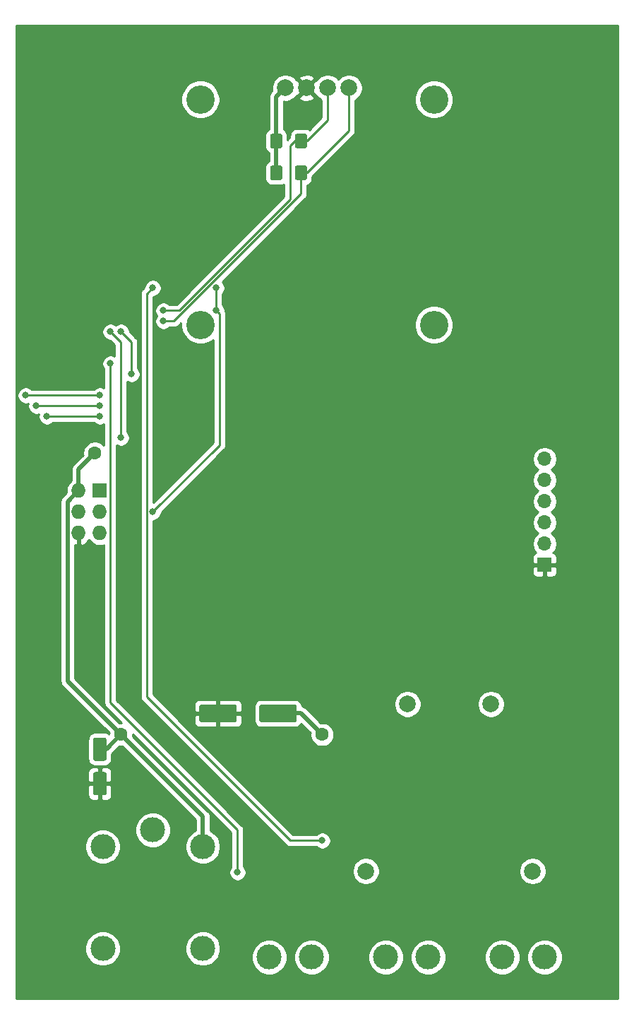
<source format=gbr>
G04 #@! TF.GenerationSoftware,KiCad,Pcbnew,5.1.5+dfsg1-2build2*
G04 #@! TF.CreationDate,2020-07-19T12:41:51+10:00*
G04 #@! TF.ProjectId,grinder_timer,6772696e-6465-4725-9f74-696d65722e6b,rev?*
G04 #@! TF.SameCoordinates,Original*
G04 #@! TF.FileFunction,Copper,L2,Bot*
G04 #@! TF.FilePolarity,Positive*
%FSLAX46Y46*%
G04 Gerber Fmt 4.6, Leading zero omitted, Abs format (unit mm)*
G04 Created by KiCad (PCBNEW 5.1.5+dfsg1-2build2) date 2020-07-19 12:41:51*
%MOMM*%
%LPD*%
G04 APERTURE LIST*
%ADD10O,1.700000X1.700000*%
%ADD11R,1.700000X1.700000*%
%ADD12C,2.000000*%
%ADD13C,3.000000*%
%ADD14C,0.100000*%
%ADD15C,3.400000*%
%ADD16O,1.727200X1.727200*%
%ADD17R,1.727200X1.727200*%
%ADD18C,1.600000*%
%ADD19C,0.800000*%
%ADD20C,0.500000*%
%ADD21C,0.250000*%
%ADD22C,0.254000*%
G04 APERTURE END LIST*
D10*
X64770000Y66040000D03*
X64770000Y63500000D03*
X64770000Y60960000D03*
X64770000Y58420000D03*
X64770000Y55880000D03*
D11*
X64770000Y53340000D03*
D12*
X58340000Y36670000D03*
X48340000Y36670000D03*
X63340000Y16670000D03*
X43340000Y16670000D03*
D13*
X17780000Y21590000D03*
X11780000Y19590000D03*
X11780000Y7390000D03*
X23780000Y7390000D03*
X23780000Y19590000D03*
G04 #@! TA.AperFunction,SMDPad,CuDef*
D14*
G36*
X36047004Y105013796D02*
G01*
X36071273Y105010196D01*
X36095071Y105004235D01*
X36118171Y104995970D01*
X36140349Y104985480D01*
X36161393Y104972867D01*
X36181098Y104958253D01*
X36199277Y104941777D01*
X36215753Y104923598D01*
X36230367Y104903893D01*
X36242980Y104882849D01*
X36253470Y104860671D01*
X36261735Y104837571D01*
X36267696Y104813773D01*
X36271296Y104789504D01*
X36272500Y104765000D01*
X36272500Y103515000D01*
X36271296Y103490496D01*
X36267696Y103466227D01*
X36261735Y103442429D01*
X36253470Y103419329D01*
X36242980Y103397151D01*
X36230367Y103376107D01*
X36215753Y103356402D01*
X36199277Y103338223D01*
X36181098Y103321747D01*
X36161393Y103307133D01*
X36140349Y103294520D01*
X36118171Y103284030D01*
X36095071Y103275765D01*
X36071273Y103269804D01*
X36047004Y103266204D01*
X36022500Y103265000D01*
X35097500Y103265000D01*
X35072996Y103266204D01*
X35048727Y103269804D01*
X35024929Y103275765D01*
X35001829Y103284030D01*
X34979651Y103294520D01*
X34958607Y103307133D01*
X34938902Y103321747D01*
X34920723Y103338223D01*
X34904247Y103356402D01*
X34889633Y103376107D01*
X34877020Y103397151D01*
X34866530Y103419329D01*
X34858265Y103442429D01*
X34852304Y103466227D01*
X34848704Y103490496D01*
X34847500Y103515000D01*
X34847500Y104765000D01*
X34848704Y104789504D01*
X34852304Y104813773D01*
X34858265Y104837571D01*
X34866530Y104860671D01*
X34877020Y104882849D01*
X34889633Y104903893D01*
X34904247Y104923598D01*
X34920723Y104941777D01*
X34938902Y104958253D01*
X34958607Y104972867D01*
X34979651Y104985480D01*
X35001829Y104995970D01*
X35024929Y105004235D01*
X35048727Y105010196D01*
X35072996Y105013796D01*
X35097500Y105015000D01*
X36022500Y105015000D01*
X36047004Y105013796D01*
G37*
G04 #@! TD.AperFunction*
G04 #@! TA.AperFunction,SMDPad,CuDef*
G36*
X33072004Y105013796D02*
G01*
X33096273Y105010196D01*
X33120071Y105004235D01*
X33143171Y104995970D01*
X33165349Y104985480D01*
X33186393Y104972867D01*
X33206098Y104958253D01*
X33224277Y104941777D01*
X33240753Y104923598D01*
X33255367Y104903893D01*
X33267980Y104882849D01*
X33278470Y104860671D01*
X33286735Y104837571D01*
X33292696Y104813773D01*
X33296296Y104789504D01*
X33297500Y104765000D01*
X33297500Y103515000D01*
X33296296Y103490496D01*
X33292696Y103466227D01*
X33286735Y103442429D01*
X33278470Y103419329D01*
X33267980Y103397151D01*
X33255367Y103376107D01*
X33240753Y103356402D01*
X33224277Y103338223D01*
X33206098Y103321747D01*
X33186393Y103307133D01*
X33165349Y103294520D01*
X33143171Y103284030D01*
X33120071Y103275765D01*
X33096273Y103269804D01*
X33072004Y103266204D01*
X33047500Y103265000D01*
X32122500Y103265000D01*
X32097996Y103266204D01*
X32073727Y103269804D01*
X32049929Y103275765D01*
X32026829Y103284030D01*
X32004651Y103294520D01*
X31983607Y103307133D01*
X31963902Y103321747D01*
X31945723Y103338223D01*
X31929247Y103356402D01*
X31914633Y103376107D01*
X31902020Y103397151D01*
X31891530Y103419329D01*
X31883265Y103442429D01*
X31877304Y103466227D01*
X31873704Y103490496D01*
X31872500Y103515000D01*
X31872500Y104765000D01*
X31873704Y104789504D01*
X31877304Y104813773D01*
X31883265Y104837571D01*
X31891530Y104860671D01*
X31902020Y104882849D01*
X31914633Y104903893D01*
X31929247Y104923598D01*
X31945723Y104941777D01*
X31963902Y104958253D01*
X31983607Y104972867D01*
X32004651Y104985480D01*
X32026829Y104995970D01*
X32049929Y105004235D01*
X32073727Y105010196D01*
X32097996Y105013796D01*
X32122500Y105015000D01*
X33047500Y105015000D01*
X33072004Y105013796D01*
G37*
G04 #@! TD.AperFunction*
G04 #@! TA.AperFunction,SMDPad,CuDef*
G36*
X36047004Y101203796D02*
G01*
X36071273Y101200196D01*
X36095071Y101194235D01*
X36118171Y101185970D01*
X36140349Y101175480D01*
X36161393Y101162867D01*
X36181098Y101148253D01*
X36199277Y101131777D01*
X36215753Y101113598D01*
X36230367Y101093893D01*
X36242980Y101072849D01*
X36253470Y101050671D01*
X36261735Y101027571D01*
X36267696Y101003773D01*
X36271296Y100979504D01*
X36272500Y100955000D01*
X36272500Y99705000D01*
X36271296Y99680496D01*
X36267696Y99656227D01*
X36261735Y99632429D01*
X36253470Y99609329D01*
X36242980Y99587151D01*
X36230367Y99566107D01*
X36215753Y99546402D01*
X36199277Y99528223D01*
X36181098Y99511747D01*
X36161393Y99497133D01*
X36140349Y99484520D01*
X36118171Y99474030D01*
X36095071Y99465765D01*
X36071273Y99459804D01*
X36047004Y99456204D01*
X36022500Y99455000D01*
X35097500Y99455000D01*
X35072996Y99456204D01*
X35048727Y99459804D01*
X35024929Y99465765D01*
X35001829Y99474030D01*
X34979651Y99484520D01*
X34958607Y99497133D01*
X34938902Y99511747D01*
X34920723Y99528223D01*
X34904247Y99546402D01*
X34889633Y99566107D01*
X34877020Y99587151D01*
X34866530Y99609329D01*
X34858265Y99632429D01*
X34852304Y99656227D01*
X34848704Y99680496D01*
X34847500Y99705000D01*
X34847500Y100955000D01*
X34848704Y100979504D01*
X34852304Y101003773D01*
X34858265Y101027571D01*
X34866530Y101050671D01*
X34877020Y101072849D01*
X34889633Y101093893D01*
X34904247Y101113598D01*
X34920723Y101131777D01*
X34938902Y101148253D01*
X34958607Y101162867D01*
X34979651Y101175480D01*
X35001829Y101185970D01*
X35024929Y101194235D01*
X35048727Y101200196D01*
X35072996Y101203796D01*
X35097500Y101205000D01*
X36022500Y101205000D01*
X36047004Y101203796D01*
G37*
G04 #@! TD.AperFunction*
G04 #@! TA.AperFunction,SMDPad,CuDef*
G36*
X33072004Y101203796D02*
G01*
X33096273Y101200196D01*
X33120071Y101194235D01*
X33143171Y101185970D01*
X33165349Y101175480D01*
X33186393Y101162867D01*
X33206098Y101148253D01*
X33224277Y101131777D01*
X33240753Y101113598D01*
X33255367Y101093893D01*
X33267980Y101072849D01*
X33278470Y101050671D01*
X33286735Y101027571D01*
X33292696Y101003773D01*
X33296296Y100979504D01*
X33297500Y100955000D01*
X33297500Y99705000D01*
X33296296Y99680496D01*
X33292696Y99656227D01*
X33286735Y99632429D01*
X33278470Y99609329D01*
X33267980Y99587151D01*
X33255367Y99566107D01*
X33240753Y99546402D01*
X33224277Y99528223D01*
X33206098Y99511747D01*
X33186393Y99497133D01*
X33165349Y99484520D01*
X33143171Y99474030D01*
X33120071Y99465765D01*
X33096273Y99459804D01*
X33072004Y99456204D01*
X33047500Y99455000D01*
X32122500Y99455000D01*
X32097996Y99456204D01*
X32073727Y99459804D01*
X32049929Y99465765D01*
X32026829Y99474030D01*
X32004651Y99484520D01*
X31983607Y99497133D01*
X31963902Y99511747D01*
X31945723Y99528223D01*
X31929247Y99546402D01*
X31914633Y99566107D01*
X31902020Y99587151D01*
X31891530Y99609329D01*
X31883265Y99632429D01*
X31877304Y99656227D01*
X31873704Y99680496D01*
X31872500Y99705000D01*
X31872500Y100955000D01*
X31873704Y100979504D01*
X31877304Y101003773D01*
X31883265Y101027571D01*
X31891530Y101050671D01*
X31902020Y101072849D01*
X31914633Y101093893D01*
X31929247Y101113598D01*
X31945723Y101131777D01*
X31963902Y101148253D01*
X31983607Y101162867D01*
X32004651Y101175480D01*
X32026829Y101185970D01*
X32049929Y101194235D01*
X32073727Y101200196D01*
X32097996Y101203796D01*
X32122500Y101205000D01*
X33047500Y101205000D01*
X33072004Y101203796D01*
G37*
G04 #@! TD.AperFunction*
D13*
X64770000Y6350000D03*
X59690000Y6350000D03*
X50800000Y6350000D03*
X45720000Y6350000D03*
X31750000Y6350000D03*
X36830000Y6350000D03*
D12*
X41310000Y110490000D03*
X38770000Y110490000D03*
X36230000Y110490000D03*
X33690000Y110510000D03*
D15*
X23500000Y109110000D03*
X51500000Y109110000D03*
X51500000Y82110000D03*
X23500000Y82110000D03*
D16*
X8890000Y57150000D03*
X11430000Y57150000D03*
X8890000Y59690000D03*
X11430000Y59690000D03*
X8890000Y62230000D03*
D17*
X11430000Y62230000D03*
G04 #@! TA.AperFunction,SMDPad,CuDef*
D14*
G36*
X12004504Y28533796D02*
G01*
X12028773Y28530196D01*
X12052571Y28524235D01*
X12075671Y28515970D01*
X12097849Y28505480D01*
X12118893Y28492867D01*
X12138598Y28478253D01*
X12156777Y28461777D01*
X12173253Y28443598D01*
X12187867Y28423893D01*
X12200480Y28402849D01*
X12210970Y28380671D01*
X12219235Y28357571D01*
X12225196Y28333773D01*
X12228796Y28309504D01*
X12230000Y28285000D01*
X12230000Y26010000D01*
X12228796Y25985496D01*
X12225196Y25961227D01*
X12219235Y25937429D01*
X12210970Y25914329D01*
X12200480Y25892151D01*
X12187867Y25871107D01*
X12173253Y25851402D01*
X12156777Y25833223D01*
X12138598Y25816747D01*
X12118893Y25802133D01*
X12097849Y25789520D01*
X12075671Y25779030D01*
X12052571Y25770765D01*
X12028773Y25764804D01*
X12004504Y25761204D01*
X11980000Y25760000D01*
X10880000Y25760000D01*
X10855496Y25761204D01*
X10831227Y25764804D01*
X10807429Y25770765D01*
X10784329Y25779030D01*
X10762151Y25789520D01*
X10741107Y25802133D01*
X10721402Y25816747D01*
X10703223Y25833223D01*
X10686747Y25851402D01*
X10672133Y25871107D01*
X10659520Y25892151D01*
X10649030Y25914329D01*
X10640765Y25937429D01*
X10634804Y25961227D01*
X10631204Y25985496D01*
X10630000Y26010000D01*
X10630000Y28285000D01*
X10631204Y28309504D01*
X10634804Y28333773D01*
X10640765Y28357571D01*
X10649030Y28380671D01*
X10659520Y28402849D01*
X10672133Y28423893D01*
X10686747Y28443598D01*
X10703223Y28461777D01*
X10721402Y28478253D01*
X10741107Y28492867D01*
X10762151Y28505480D01*
X10784329Y28515970D01*
X10807429Y28524235D01*
X10831227Y28530196D01*
X10855496Y28533796D01*
X10880000Y28535000D01*
X11980000Y28535000D01*
X12004504Y28533796D01*
G37*
G04 #@! TD.AperFunction*
G04 #@! TA.AperFunction,SMDPad,CuDef*
G36*
X12004504Y32658796D02*
G01*
X12028773Y32655196D01*
X12052571Y32649235D01*
X12075671Y32640970D01*
X12097849Y32630480D01*
X12118893Y32617867D01*
X12138598Y32603253D01*
X12156777Y32586777D01*
X12173253Y32568598D01*
X12187867Y32548893D01*
X12200480Y32527849D01*
X12210970Y32505671D01*
X12219235Y32482571D01*
X12225196Y32458773D01*
X12228796Y32434504D01*
X12230000Y32410000D01*
X12230000Y30135000D01*
X12228796Y30110496D01*
X12225196Y30086227D01*
X12219235Y30062429D01*
X12210970Y30039329D01*
X12200480Y30017151D01*
X12187867Y29996107D01*
X12173253Y29976402D01*
X12156777Y29958223D01*
X12138598Y29941747D01*
X12118893Y29927133D01*
X12097849Y29914520D01*
X12075671Y29904030D01*
X12052571Y29895765D01*
X12028773Y29889804D01*
X12004504Y29886204D01*
X11980000Y29885000D01*
X10880000Y29885000D01*
X10855496Y29886204D01*
X10831227Y29889804D01*
X10807429Y29895765D01*
X10784329Y29904030D01*
X10762151Y29914520D01*
X10741107Y29927133D01*
X10721402Y29941747D01*
X10703223Y29958223D01*
X10686747Y29976402D01*
X10672133Y29996107D01*
X10659520Y30017151D01*
X10649030Y30039329D01*
X10640765Y30062429D01*
X10634804Y30086227D01*
X10631204Y30110496D01*
X10630000Y30135000D01*
X10630000Y32410000D01*
X10631204Y32434504D01*
X10634804Y32458773D01*
X10640765Y32482571D01*
X10649030Y32505671D01*
X10659520Y32527849D01*
X10672133Y32548893D01*
X10686747Y32568598D01*
X10703223Y32586777D01*
X10721402Y32603253D01*
X10741107Y32617867D01*
X10762151Y32630480D01*
X10784329Y32640970D01*
X10807429Y32649235D01*
X10831227Y32655196D01*
X10855496Y32658796D01*
X10880000Y32660000D01*
X11980000Y32660000D01*
X12004504Y32658796D01*
G37*
G04 #@! TD.AperFunction*
G04 #@! TA.AperFunction,SMDPad,CuDef*
G36*
X27634504Y36608796D02*
G01*
X27658773Y36605196D01*
X27682571Y36599235D01*
X27705671Y36590970D01*
X27727849Y36580480D01*
X27748893Y36567867D01*
X27768598Y36553253D01*
X27786777Y36536777D01*
X27803253Y36518598D01*
X27817867Y36498893D01*
X27830480Y36477849D01*
X27840970Y36455671D01*
X27849235Y36432571D01*
X27855196Y36408773D01*
X27858796Y36384504D01*
X27860000Y36360000D01*
X27860000Y34760000D01*
X27858796Y34735496D01*
X27855196Y34711227D01*
X27849235Y34687429D01*
X27840970Y34664329D01*
X27830480Y34642151D01*
X27817867Y34621107D01*
X27803253Y34601402D01*
X27786777Y34583223D01*
X27768598Y34566747D01*
X27748893Y34552133D01*
X27727849Y34539520D01*
X27705671Y34529030D01*
X27682571Y34520765D01*
X27658773Y34514804D01*
X27634504Y34511204D01*
X27610000Y34510000D01*
X23610000Y34510000D01*
X23585496Y34511204D01*
X23561227Y34514804D01*
X23537429Y34520765D01*
X23514329Y34529030D01*
X23492151Y34539520D01*
X23471107Y34552133D01*
X23451402Y34566747D01*
X23433223Y34583223D01*
X23416747Y34601402D01*
X23402133Y34621107D01*
X23389520Y34642151D01*
X23379030Y34664329D01*
X23370765Y34687429D01*
X23364804Y34711227D01*
X23361204Y34735496D01*
X23360000Y34760000D01*
X23360000Y36360000D01*
X23361204Y36384504D01*
X23364804Y36408773D01*
X23370765Y36432571D01*
X23379030Y36455671D01*
X23389520Y36477849D01*
X23402133Y36498893D01*
X23416747Y36518598D01*
X23433223Y36536777D01*
X23451402Y36553253D01*
X23471107Y36567867D01*
X23492151Y36580480D01*
X23514329Y36590970D01*
X23537429Y36599235D01*
X23561227Y36605196D01*
X23585496Y36608796D01*
X23610000Y36610000D01*
X27610000Y36610000D01*
X27634504Y36608796D01*
G37*
G04 #@! TD.AperFunction*
G04 #@! TA.AperFunction,SMDPad,CuDef*
G36*
X34834504Y36608796D02*
G01*
X34858773Y36605196D01*
X34882571Y36599235D01*
X34905671Y36590970D01*
X34927849Y36580480D01*
X34948893Y36567867D01*
X34968598Y36553253D01*
X34986777Y36536777D01*
X35003253Y36518598D01*
X35017867Y36498893D01*
X35030480Y36477849D01*
X35040970Y36455671D01*
X35049235Y36432571D01*
X35055196Y36408773D01*
X35058796Y36384504D01*
X35060000Y36360000D01*
X35060000Y34760000D01*
X35058796Y34735496D01*
X35055196Y34711227D01*
X35049235Y34687429D01*
X35040970Y34664329D01*
X35030480Y34642151D01*
X35017867Y34621107D01*
X35003253Y34601402D01*
X34986777Y34583223D01*
X34968598Y34566747D01*
X34948893Y34552133D01*
X34927849Y34539520D01*
X34905671Y34529030D01*
X34882571Y34520765D01*
X34858773Y34514804D01*
X34834504Y34511204D01*
X34810000Y34510000D01*
X30810000Y34510000D01*
X30785496Y34511204D01*
X30761227Y34514804D01*
X30737429Y34520765D01*
X30714329Y34529030D01*
X30692151Y34539520D01*
X30671107Y34552133D01*
X30651402Y34566747D01*
X30633223Y34583223D01*
X30616747Y34601402D01*
X30602133Y34621107D01*
X30589520Y34642151D01*
X30579030Y34664329D01*
X30570765Y34687429D01*
X30564804Y34711227D01*
X30561204Y34735496D01*
X30560000Y34760000D01*
X30560000Y36360000D01*
X30561204Y36384504D01*
X30564804Y36408773D01*
X30570765Y36432571D01*
X30579030Y36455671D01*
X30589520Y36477849D01*
X30602133Y36498893D01*
X30616747Y36518598D01*
X30633223Y36536777D01*
X30651402Y36553253D01*
X30671107Y36567867D01*
X30692151Y36580480D01*
X30714329Y36590970D01*
X30737429Y36599235D01*
X30761227Y36605196D01*
X30785496Y36608796D01*
X30810000Y36610000D01*
X34810000Y36610000D01*
X34834504Y36608796D01*
G37*
G04 #@! TD.AperFunction*
D18*
X10160000Y85090000D03*
X60960000Y76200000D03*
X49530000Y93980000D03*
X38100000Y33020000D03*
X13970000Y33020000D03*
X10841597Y66721597D03*
D19*
X25400000Y83820000D03*
X25400000Y86545000D03*
X17780000Y59690000D03*
X19050000Y82550000D03*
X19050000Y83820000D03*
X27940000Y16510000D03*
X12700000Y77470000D03*
X13970000Y81280000D03*
X15240000Y76200000D03*
X12700000Y81280000D03*
X13970000Y68580000D03*
X2540000Y73660000D03*
X11430000Y73660000D03*
X3810000Y72390000D03*
X11430000Y72390000D03*
X5080000Y71120000D03*
X11430000Y71120000D03*
X17780000Y86545000D03*
X38100000Y20320000D03*
D20*
X35560000Y35560000D02*
X32810000Y35560000D01*
X38100000Y33020000D02*
X35560000Y35560000D01*
X12222500Y31272500D02*
X13970000Y33020000D01*
X11430000Y31272500D02*
X12222500Y31272500D01*
X23780000Y23210000D02*
X13970000Y33020000D01*
X23780000Y19590000D02*
X23780000Y23210000D01*
X32585000Y100330000D02*
X32585000Y104140000D01*
X32585000Y109405000D02*
X33690000Y110510000D01*
X32585000Y104140000D02*
X32585000Y109405000D01*
X13170001Y33819999D02*
X13970000Y33020000D01*
X7576399Y39413601D02*
X13170001Y33819999D01*
X7576399Y60916399D02*
X7576399Y39413601D01*
X8890000Y62230000D02*
X7576399Y60916399D01*
X8890000Y64770000D02*
X10841597Y66721597D01*
X8890000Y62230000D02*
X8890000Y64770000D01*
D21*
X25400000Y83820000D02*
X25400000Y86545000D01*
X25799999Y67709999D02*
X25799999Y83420001D01*
X17780000Y59690000D02*
X25799999Y67709999D01*
X25799999Y83420001D02*
X25400000Y83820000D01*
X36272500Y100330000D02*
X35560000Y100330000D01*
X41310000Y105367500D02*
X36272500Y100330000D01*
X41310000Y110490000D02*
X41310000Y105367500D01*
X35560000Y99455000D02*
X35560000Y100330000D01*
X35560000Y97792900D02*
X35560000Y99455000D01*
X20317100Y82550000D02*
X35560000Y97792900D01*
X19050000Y82550000D02*
X20317100Y82550000D01*
X36272500Y104140000D02*
X35560000Y104140000D01*
X38770000Y106637500D02*
X36272500Y104140000D01*
X38770000Y110490000D02*
X38770000Y106637500D01*
X20950690Y83820000D02*
X34290000Y97159310D01*
X19050000Y83820000D02*
X20950690Y83820000D01*
X34847500Y104140000D02*
X35560000Y104140000D01*
X34290000Y103582500D02*
X34847500Y104140000D01*
X34290000Y97159310D02*
X34290000Y103582500D01*
X27940000Y16510000D02*
X27940000Y21590000D01*
X27940000Y21590000D02*
X14695001Y34834999D01*
X12700000Y36830000D02*
X12700000Y77470000D01*
X14695001Y34834999D02*
X12700000Y36830000D01*
X15240000Y80010000D02*
X15240000Y76200000D01*
X13970000Y81280000D02*
X15240000Y80010000D01*
X13970000Y80010000D02*
X13970000Y68580000D01*
X12700000Y81280000D02*
X13970000Y80010000D01*
X2540000Y73660000D02*
X11430000Y73660000D01*
X3810000Y72390000D02*
X11430000Y72390000D01*
X5080000Y71120000D02*
X11430000Y71120000D01*
X17054999Y85819999D02*
X17054999Y37555001D01*
X17780000Y86545000D02*
X17054999Y85819999D01*
X34290000Y20320000D02*
X38100000Y20320000D01*
X17054999Y37555001D02*
X34290000Y20320000D01*
D22*
G36*
X73533000Y1397000D02*
G01*
X1397000Y1397000D01*
X1397000Y7600279D01*
X9645000Y7600279D01*
X9645000Y7179721D01*
X9727047Y6767244D01*
X9887988Y6378698D01*
X10121637Y6029017D01*
X10419017Y5731637D01*
X10768698Y5497988D01*
X11157244Y5337047D01*
X11569721Y5255000D01*
X11990279Y5255000D01*
X12402756Y5337047D01*
X12791302Y5497988D01*
X13140983Y5731637D01*
X13438363Y6029017D01*
X13672012Y6378698D01*
X13832953Y6767244D01*
X13915000Y7179721D01*
X13915000Y7600279D01*
X21645000Y7600279D01*
X21645000Y7179721D01*
X21727047Y6767244D01*
X21887988Y6378698D01*
X22121637Y6029017D01*
X22419017Y5731637D01*
X22768698Y5497988D01*
X23157244Y5337047D01*
X23569721Y5255000D01*
X23990279Y5255000D01*
X24402756Y5337047D01*
X24791302Y5497988D01*
X25140983Y5731637D01*
X25438363Y6029017D01*
X25672012Y6378698D01*
X25747225Y6560279D01*
X29615000Y6560279D01*
X29615000Y6139721D01*
X29697047Y5727244D01*
X29857988Y5338698D01*
X30091637Y4989017D01*
X30389017Y4691637D01*
X30738698Y4457988D01*
X31127244Y4297047D01*
X31539721Y4215000D01*
X31960279Y4215000D01*
X32372756Y4297047D01*
X32761302Y4457988D01*
X33110983Y4691637D01*
X33408363Y4989017D01*
X33642012Y5338698D01*
X33802953Y5727244D01*
X33885000Y6139721D01*
X33885000Y6560279D01*
X34695000Y6560279D01*
X34695000Y6139721D01*
X34777047Y5727244D01*
X34937988Y5338698D01*
X35171637Y4989017D01*
X35469017Y4691637D01*
X35818698Y4457988D01*
X36207244Y4297047D01*
X36619721Y4215000D01*
X37040279Y4215000D01*
X37452756Y4297047D01*
X37841302Y4457988D01*
X38190983Y4691637D01*
X38488363Y4989017D01*
X38722012Y5338698D01*
X38882953Y5727244D01*
X38965000Y6139721D01*
X38965000Y6560279D01*
X43585000Y6560279D01*
X43585000Y6139721D01*
X43667047Y5727244D01*
X43827988Y5338698D01*
X44061637Y4989017D01*
X44359017Y4691637D01*
X44708698Y4457988D01*
X45097244Y4297047D01*
X45509721Y4215000D01*
X45930279Y4215000D01*
X46342756Y4297047D01*
X46731302Y4457988D01*
X47080983Y4691637D01*
X47378363Y4989017D01*
X47612012Y5338698D01*
X47772953Y5727244D01*
X47855000Y6139721D01*
X47855000Y6560279D01*
X48665000Y6560279D01*
X48665000Y6139721D01*
X48747047Y5727244D01*
X48907988Y5338698D01*
X49141637Y4989017D01*
X49439017Y4691637D01*
X49788698Y4457988D01*
X50177244Y4297047D01*
X50589721Y4215000D01*
X51010279Y4215000D01*
X51422756Y4297047D01*
X51811302Y4457988D01*
X52160983Y4691637D01*
X52458363Y4989017D01*
X52692012Y5338698D01*
X52852953Y5727244D01*
X52935000Y6139721D01*
X52935000Y6560279D01*
X57555000Y6560279D01*
X57555000Y6139721D01*
X57637047Y5727244D01*
X57797988Y5338698D01*
X58031637Y4989017D01*
X58329017Y4691637D01*
X58678698Y4457988D01*
X59067244Y4297047D01*
X59479721Y4215000D01*
X59900279Y4215000D01*
X60312756Y4297047D01*
X60701302Y4457988D01*
X61050983Y4691637D01*
X61348363Y4989017D01*
X61582012Y5338698D01*
X61742953Y5727244D01*
X61825000Y6139721D01*
X61825000Y6560279D01*
X62635000Y6560279D01*
X62635000Y6139721D01*
X62717047Y5727244D01*
X62877988Y5338698D01*
X63111637Y4989017D01*
X63409017Y4691637D01*
X63758698Y4457988D01*
X64147244Y4297047D01*
X64559721Y4215000D01*
X64980279Y4215000D01*
X65392756Y4297047D01*
X65781302Y4457988D01*
X66130983Y4691637D01*
X66428363Y4989017D01*
X66662012Y5338698D01*
X66822953Y5727244D01*
X66905000Y6139721D01*
X66905000Y6560279D01*
X66822953Y6972756D01*
X66662012Y7361302D01*
X66428363Y7710983D01*
X66130983Y8008363D01*
X65781302Y8242012D01*
X65392756Y8402953D01*
X64980279Y8485000D01*
X64559721Y8485000D01*
X64147244Y8402953D01*
X63758698Y8242012D01*
X63409017Y8008363D01*
X63111637Y7710983D01*
X62877988Y7361302D01*
X62717047Y6972756D01*
X62635000Y6560279D01*
X61825000Y6560279D01*
X61742953Y6972756D01*
X61582012Y7361302D01*
X61348363Y7710983D01*
X61050983Y8008363D01*
X60701302Y8242012D01*
X60312756Y8402953D01*
X59900279Y8485000D01*
X59479721Y8485000D01*
X59067244Y8402953D01*
X58678698Y8242012D01*
X58329017Y8008363D01*
X58031637Y7710983D01*
X57797988Y7361302D01*
X57637047Y6972756D01*
X57555000Y6560279D01*
X52935000Y6560279D01*
X52852953Y6972756D01*
X52692012Y7361302D01*
X52458363Y7710983D01*
X52160983Y8008363D01*
X51811302Y8242012D01*
X51422756Y8402953D01*
X51010279Y8485000D01*
X50589721Y8485000D01*
X50177244Y8402953D01*
X49788698Y8242012D01*
X49439017Y8008363D01*
X49141637Y7710983D01*
X48907988Y7361302D01*
X48747047Y6972756D01*
X48665000Y6560279D01*
X47855000Y6560279D01*
X47772953Y6972756D01*
X47612012Y7361302D01*
X47378363Y7710983D01*
X47080983Y8008363D01*
X46731302Y8242012D01*
X46342756Y8402953D01*
X45930279Y8485000D01*
X45509721Y8485000D01*
X45097244Y8402953D01*
X44708698Y8242012D01*
X44359017Y8008363D01*
X44061637Y7710983D01*
X43827988Y7361302D01*
X43667047Y6972756D01*
X43585000Y6560279D01*
X38965000Y6560279D01*
X38882953Y6972756D01*
X38722012Y7361302D01*
X38488363Y7710983D01*
X38190983Y8008363D01*
X37841302Y8242012D01*
X37452756Y8402953D01*
X37040279Y8485000D01*
X36619721Y8485000D01*
X36207244Y8402953D01*
X35818698Y8242012D01*
X35469017Y8008363D01*
X35171637Y7710983D01*
X34937988Y7361302D01*
X34777047Y6972756D01*
X34695000Y6560279D01*
X33885000Y6560279D01*
X33802953Y6972756D01*
X33642012Y7361302D01*
X33408363Y7710983D01*
X33110983Y8008363D01*
X32761302Y8242012D01*
X32372756Y8402953D01*
X31960279Y8485000D01*
X31539721Y8485000D01*
X31127244Y8402953D01*
X30738698Y8242012D01*
X30389017Y8008363D01*
X30091637Y7710983D01*
X29857988Y7361302D01*
X29697047Y6972756D01*
X29615000Y6560279D01*
X25747225Y6560279D01*
X25832953Y6767244D01*
X25915000Y7179721D01*
X25915000Y7600279D01*
X25832953Y8012756D01*
X25672012Y8401302D01*
X25438363Y8750983D01*
X25140983Y9048363D01*
X24791302Y9282012D01*
X24402756Y9442953D01*
X23990279Y9525000D01*
X23569721Y9525000D01*
X23157244Y9442953D01*
X22768698Y9282012D01*
X22419017Y9048363D01*
X22121637Y8750983D01*
X21887988Y8401302D01*
X21727047Y8012756D01*
X21645000Y7600279D01*
X13915000Y7600279D01*
X13832953Y8012756D01*
X13672012Y8401302D01*
X13438363Y8750983D01*
X13140983Y9048363D01*
X12791302Y9282012D01*
X12402756Y9442953D01*
X11990279Y9525000D01*
X11569721Y9525000D01*
X11157244Y9442953D01*
X10768698Y9282012D01*
X10419017Y9048363D01*
X10121637Y8750983D01*
X9887988Y8401302D01*
X9727047Y8012756D01*
X9645000Y7600279D01*
X1397000Y7600279D01*
X1397000Y19800279D01*
X9645000Y19800279D01*
X9645000Y19379721D01*
X9727047Y18967244D01*
X9887988Y18578698D01*
X10121637Y18229017D01*
X10419017Y17931637D01*
X10768698Y17697988D01*
X11157244Y17537047D01*
X11569721Y17455000D01*
X11990279Y17455000D01*
X12402756Y17537047D01*
X12791302Y17697988D01*
X13140983Y17931637D01*
X13438363Y18229017D01*
X13672012Y18578698D01*
X13832953Y18967244D01*
X13915000Y19379721D01*
X13915000Y19800279D01*
X13832953Y20212756D01*
X13672012Y20601302D01*
X13438363Y20950983D01*
X13140983Y21248363D01*
X12791302Y21482012D01*
X12402756Y21642953D01*
X11990279Y21725000D01*
X11569721Y21725000D01*
X11157244Y21642953D01*
X10768698Y21482012D01*
X10419017Y21248363D01*
X10121637Y20950983D01*
X9887988Y20601302D01*
X9727047Y20212756D01*
X9645000Y19800279D01*
X1397000Y19800279D01*
X1397000Y21800279D01*
X15645000Y21800279D01*
X15645000Y21379721D01*
X15727047Y20967244D01*
X15887988Y20578698D01*
X16121637Y20229017D01*
X16419017Y19931637D01*
X16768698Y19697988D01*
X17157244Y19537047D01*
X17569721Y19455000D01*
X17990279Y19455000D01*
X18402756Y19537047D01*
X18791302Y19697988D01*
X19140983Y19931637D01*
X19438363Y20229017D01*
X19672012Y20578698D01*
X19832953Y20967244D01*
X19915000Y21379721D01*
X19915000Y21800279D01*
X19832953Y22212756D01*
X19672012Y22601302D01*
X19438363Y22950983D01*
X19140983Y23248363D01*
X18791302Y23482012D01*
X18402756Y23642953D01*
X17990279Y23725000D01*
X17569721Y23725000D01*
X17157244Y23642953D01*
X16768698Y23482012D01*
X16419017Y23248363D01*
X16121637Y22950983D01*
X15887988Y22601302D01*
X15727047Y22212756D01*
X15645000Y21800279D01*
X1397000Y21800279D01*
X1397000Y25760000D01*
X9991928Y25760000D01*
X10004188Y25635518D01*
X10040498Y25515820D01*
X10099463Y25405506D01*
X10178815Y25308815D01*
X10275506Y25229463D01*
X10385820Y25170498D01*
X10505518Y25134188D01*
X10630000Y25121928D01*
X11144250Y25125000D01*
X11303000Y25283750D01*
X11303000Y27020500D01*
X11557000Y27020500D01*
X11557000Y25283750D01*
X11715750Y25125000D01*
X12230000Y25121928D01*
X12354482Y25134188D01*
X12474180Y25170498D01*
X12584494Y25229463D01*
X12681185Y25308815D01*
X12760537Y25405506D01*
X12819502Y25515820D01*
X12855812Y25635518D01*
X12868072Y25760000D01*
X12865000Y26861750D01*
X12706250Y27020500D01*
X11557000Y27020500D01*
X11303000Y27020500D01*
X10153750Y27020500D01*
X9995000Y26861750D01*
X9991928Y25760000D01*
X1397000Y25760000D01*
X1397000Y28535000D01*
X9991928Y28535000D01*
X9995000Y27433250D01*
X10153750Y27274500D01*
X11303000Y27274500D01*
X11303000Y29011250D01*
X11557000Y29011250D01*
X11557000Y27274500D01*
X12706250Y27274500D01*
X12865000Y27433250D01*
X12868072Y28535000D01*
X12855812Y28659482D01*
X12819502Y28779180D01*
X12760537Y28889494D01*
X12681185Y28986185D01*
X12584494Y29065537D01*
X12474180Y29124502D01*
X12354482Y29160812D01*
X12230000Y29173072D01*
X11715750Y29170000D01*
X11557000Y29011250D01*
X11303000Y29011250D01*
X11144250Y29170000D01*
X10630000Y29173072D01*
X10505518Y29160812D01*
X10385820Y29124502D01*
X10275506Y29065537D01*
X10178815Y28986185D01*
X10099463Y28889494D01*
X10040498Y28779180D01*
X10004188Y28659482D01*
X9991928Y28535000D01*
X1397000Y28535000D01*
X1397000Y73761939D01*
X1505000Y73761939D01*
X1505000Y73558061D01*
X1544774Y73358102D01*
X1622795Y73169744D01*
X1736063Y73000226D01*
X1880226Y72856063D01*
X2049744Y72742795D01*
X2238102Y72664774D01*
X2438061Y72625000D01*
X2641939Y72625000D01*
X2808039Y72658039D01*
X2775000Y72491939D01*
X2775000Y72288061D01*
X2814774Y72088102D01*
X2892795Y71899744D01*
X3006063Y71730226D01*
X3150226Y71586063D01*
X3319744Y71472795D01*
X3508102Y71394774D01*
X3708061Y71355000D01*
X3911939Y71355000D01*
X4078039Y71388039D01*
X4045000Y71221939D01*
X4045000Y71018061D01*
X4084774Y70818102D01*
X4162795Y70629744D01*
X4276063Y70460226D01*
X4420226Y70316063D01*
X4589744Y70202795D01*
X4778102Y70124774D01*
X4978061Y70085000D01*
X5181939Y70085000D01*
X5381898Y70124774D01*
X5570256Y70202795D01*
X5739774Y70316063D01*
X5783711Y70360000D01*
X10726289Y70360000D01*
X10770226Y70316063D01*
X10939744Y70202795D01*
X11128102Y70124774D01*
X11328061Y70085000D01*
X11531939Y70085000D01*
X11731898Y70124774D01*
X11920256Y70202795D01*
X11940001Y70215988D01*
X11940001Y67652589D01*
X11756356Y67836234D01*
X11521324Y67993277D01*
X11260171Y68101450D01*
X10982932Y68156597D01*
X10700262Y68156597D01*
X10423023Y68101450D01*
X10161870Y67993277D01*
X9926838Y67836234D01*
X9726960Y67636356D01*
X9569917Y67401324D01*
X9461744Y67140171D01*
X9406597Y66862932D01*
X9406597Y66580262D01*
X9413580Y66545158D01*
X8294951Y65426529D01*
X8261184Y65398817D01*
X8233471Y65365049D01*
X8233468Y65365046D01*
X8150590Y65264059D01*
X8068412Y65110313D01*
X8017805Y64943490D01*
X8000719Y64770000D01*
X8005001Y64726521D01*
X8005000Y63441013D01*
X7934698Y63394039D01*
X7725961Y63185302D01*
X7561958Y62939853D01*
X7448990Y62667125D01*
X7391400Y62377599D01*
X7391400Y62082401D01*
X7407895Y61999474D01*
X6981355Y61572933D01*
X6947582Y61545216D01*
X6836988Y61410457D01*
X6754810Y61256711D01*
X6704204Y61089888D01*
X6691399Y60959875D01*
X6691399Y60959868D01*
X6687118Y60916399D01*
X6691399Y60872930D01*
X6691400Y39457080D01*
X6687118Y39413601D01*
X6704204Y39240111D01*
X6754811Y39073288D01*
X6836989Y38919542D01*
X6919867Y38818555D01*
X6919870Y38818552D01*
X6947583Y38784784D01*
X6981351Y38757071D01*
X12541983Y33196438D01*
X12535000Y33161335D01*
X12535000Y33097840D01*
X12473386Y33148405D01*
X12319850Y33230472D01*
X12153254Y33281008D01*
X11980000Y33298072D01*
X10880000Y33298072D01*
X10706746Y33281008D01*
X10540150Y33230472D01*
X10386614Y33148405D01*
X10252038Y33037962D01*
X10141595Y32903386D01*
X10059528Y32749850D01*
X10008992Y32583254D01*
X9991928Y32410000D01*
X9991928Y30135000D01*
X10008992Y29961746D01*
X10059528Y29795150D01*
X10141595Y29641614D01*
X10252038Y29507038D01*
X10386614Y29396595D01*
X10540150Y29314528D01*
X10706746Y29263992D01*
X10880000Y29246928D01*
X11980000Y29246928D01*
X12153254Y29263992D01*
X12319850Y29314528D01*
X12473386Y29396595D01*
X12607962Y29507038D01*
X12718405Y29641614D01*
X12800472Y29795150D01*
X12851008Y29961746D01*
X12868072Y30135000D01*
X12868072Y30664099D01*
X12879034Y30677456D01*
X13793561Y31591983D01*
X13828665Y31585000D01*
X14111335Y31585000D01*
X14146439Y31591983D01*
X22895001Y22843420D01*
X22895001Y21534328D01*
X22768698Y21482012D01*
X22419017Y21248363D01*
X22121637Y20950983D01*
X21887988Y20601302D01*
X21727047Y20212756D01*
X21645000Y19800279D01*
X21645000Y19379721D01*
X21727047Y18967244D01*
X21887988Y18578698D01*
X22121637Y18229017D01*
X22419017Y17931637D01*
X22768698Y17697988D01*
X23157244Y17537047D01*
X23569721Y17455000D01*
X23990279Y17455000D01*
X24402756Y17537047D01*
X24791302Y17697988D01*
X25140983Y17931637D01*
X25438363Y18229017D01*
X25672012Y18578698D01*
X25832953Y18967244D01*
X25915000Y19379721D01*
X25915000Y19800279D01*
X25832953Y20212756D01*
X25672012Y20601302D01*
X25438363Y20950983D01*
X25140983Y21248363D01*
X24791302Y21482012D01*
X24665000Y21534328D01*
X24665000Y23166534D01*
X24669281Y23210001D01*
X24665000Y23253467D01*
X24665000Y23253477D01*
X24652195Y23383490D01*
X24601589Y23550313D01*
X24519411Y23704059D01*
X24408817Y23838817D01*
X24375049Y23866530D01*
X15398017Y32843561D01*
X15405000Y32878665D01*
X15405000Y33050199D01*
X27180001Y21275197D01*
X27180000Y17213711D01*
X27136063Y17169774D01*
X27022795Y17000256D01*
X26944774Y16811898D01*
X26905000Y16611939D01*
X26905000Y16408061D01*
X26944774Y16208102D01*
X27022795Y16019744D01*
X27136063Y15850226D01*
X27280226Y15706063D01*
X27449744Y15592795D01*
X27638102Y15514774D01*
X27838061Y15475000D01*
X28041939Y15475000D01*
X28241898Y15514774D01*
X28430256Y15592795D01*
X28599774Y15706063D01*
X28743937Y15850226D01*
X28857205Y16019744D01*
X28935226Y16208102D01*
X28975000Y16408061D01*
X28975000Y16611939D01*
X28935226Y16811898D01*
X28927300Y16831033D01*
X41705000Y16831033D01*
X41705000Y16508967D01*
X41767832Y16193088D01*
X41891082Y15895537D01*
X42070013Y15627748D01*
X42297748Y15400013D01*
X42565537Y15221082D01*
X42863088Y15097832D01*
X43178967Y15035000D01*
X43501033Y15035000D01*
X43816912Y15097832D01*
X44114463Y15221082D01*
X44382252Y15400013D01*
X44609987Y15627748D01*
X44788918Y15895537D01*
X44912168Y16193088D01*
X44975000Y16508967D01*
X44975000Y16831033D01*
X61705000Y16831033D01*
X61705000Y16508967D01*
X61767832Y16193088D01*
X61891082Y15895537D01*
X62070013Y15627748D01*
X62297748Y15400013D01*
X62565537Y15221082D01*
X62863088Y15097832D01*
X63178967Y15035000D01*
X63501033Y15035000D01*
X63816912Y15097832D01*
X64114463Y15221082D01*
X64382252Y15400013D01*
X64609987Y15627748D01*
X64788918Y15895537D01*
X64912168Y16193088D01*
X64975000Y16508967D01*
X64975000Y16831033D01*
X64912168Y17146912D01*
X64788918Y17444463D01*
X64609987Y17712252D01*
X64382252Y17939987D01*
X64114463Y18118918D01*
X63816912Y18242168D01*
X63501033Y18305000D01*
X63178967Y18305000D01*
X62863088Y18242168D01*
X62565537Y18118918D01*
X62297748Y17939987D01*
X62070013Y17712252D01*
X61891082Y17444463D01*
X61767832Y17146912D01*
X61705000Y16831033D01*
X44975000Y16831033D01*
X44912168Y17146912D01*
X44788918Y17444463D01*
X44609987Y17712252D01*
X44382252Y17939987D01*
X44114463Y18118918D01*
X43816912Y18242168D01*
X43501033Y18305000D01*
X43178967Y18305000D01*
X42863088Y18242168D01*
X42565537Y18118918D01*
X42297748Y17939987D01*
X42070013Y17712252D01*
X41891082Y17444463D01*
X41767832Y17146912D01*
X41705000Y16831033D01*
X28927300Y16831033D01*
X28857205Y17000256D01*
X28743937Y17169774D01*
X28700000Y17213711D01*
X28700000Y21552678D01*
X28703676Y21590001D01*
X28700000Y21627324D01*
X28700000Y21627333D01*
X28689003Y21738986D01*
X28645546Y21882247D01*
X28574974Y22014276D01*
X28480001Y22130001D01*
X28451003Y22153799D01*
X15258809Y35345992D01*
X15258800Y35346003D01*
X13460000Y37144801D01*
X13460000Y67675987D01*
X13479744Y67662795D01*
X13668102Y67584774D01*
X13868061Y67545000D01*
X14071939Y67545000D01*
X14271898Y67584774D01*
X14460256Y67662795D01*
X14629774Y67776063D01*
X14773937Y67920226D01*
X14887205Y68089744D01*
X14965226Y68278102D01*
X15005000Y68478061D01*
X15005000Y68681939D01*
X14965226Y68881898D01*
X14887205Y69070256D01*
X14773937Y69239774D01*
X14730000Y69283711D01*
X14730000Y75295987D01*
X14749744Y75282795D01*
X14938102Y75204774D01*
X15138061Y75165000D01*
X15341939Y75165000D01*
X15541898Y75204774D01*
X15730256Y75282795D01*
X15899774Y75396063D01*
X16043937Y75540226D01*
X16157205Y75709744D01*
X16235226Y75898102D01*
X16275000Y76098061D01*
X16275000Y76301939D01*
X16235226Y76501898D01*
X16157205Y76690256D01*
X16043937Y76859774D01*
X16000000Y76903711D01*
X16000000Y79972678D01*
X16003676Y80010001D01*
X16000000Y80047324D01*
X16000000Y80047333D01*
X15989003Y80158986D01*
X15945546Y80302247D01*
X15874974Y80434276D01*
X15780001Y80550001D01*
X15751004Y80573798D01*
X15005000Y81319801D01*
X15005000Y81381939D01*
X14965226Y81581898D01*
X14887205Y81770256D01*
X14773937Y81939774D01*
X14629774Y82083937D01*
X14460256Y82197205D01*
X14271898Y82275226D01*
X14071939Y82315000D01*
X13868061Y82315000D01*
X13668102Y82275226D01*
X13479744Y82197205D01*
X13335000Y82100490D01*
X13190256Y82197205D01*
X13001898Y82275226D01*
X12801939Y82315000D01*
X12598061Y82315000D01*
X12398102Y82275226D01*
X12209744Y82197205D01*
X12040226Y82083937D01*
X11896063Y81939774D01*
X11782795Y81770256D01*
X11704774Y81581898D01*
X11665000Y81381939D01*
X11665000Y81178061D01*
X11704774Y80978102D01*
X11782795Y80789744D01*
X11896063Y80620226D01*
X12040226Y80476063D01*
X12209744Y80362795D01*
X12398102Y80284774D01*
X12598061Y80245000D01*
X12660199Y80245000D01*
X13210000Y79695198D01*
X13210000Y78374012D01*
X13190256Y78387205D01*
X13001898Y78465226D01*
X12801939Y78505000D01*
X12598061Y78505000D01*
X12398102Y78465226D01*
X12209744Y78387205D01*
X12040226Y78273937D01*
X11896063Y78129774D01*
X11782795Y77960256D01*
X11704774Y77771898D01*
X11665000Y77571939D01*
X11665000Y77368061D01*
X11704774Y77168102D01*
X11782795Y76979744D01*
X11896063Y76810226D01*
X11940001Y76766288D01*
X11940001Y74564012D01*
X11920256Y74577205D01*
X11731898Y74655226D01*
X11531939Y74695000D01*
X11328061Y74695000D01*
X11128102Y74655226D01*
X10939744Y74577205D01*
X10770226Y74463937D01*
X10726289Y74420000D01*
X3243711Y74420000D01*
X3199774Y74463937D01*
X3030256Y74577205D01*
X2841898Y74655226D01*
X2641939Y74695000D01*
X2438061Y74695000D01*
X2238102Y74655226D01*
X2049744Y74577205D01*
X1880226Y74463937D01*
X1736063Y74319774D01*
X1622795Y74150256D01*
X1544774Y73961898D01*
X1505000Y73761939D01*
X1397000Y73761939D01*
X1397000Y85819999D01*
X16291323Y85819999D01*
X16294999Y85782677D01*
X16295000Y37592334D01*
X16291323Y37555001D01*
X16305997Y37406016D01*
X16349453Y37262755D01*
X16420025Y37130725D01*
X16477096Y37061185D01*
X16514999Y37015000D01*
X16543997Y36991202D01*
X33726201Y19808997D01*
X33749999Y19779999D01*
X33865724Y19685026D01*
X33997753Y19614454D01*
X34141014Y19570997D01*
X34252667Y19560000D01*
X34252676Y19560000D01*
X34289999Y19556324D01*
X34327322Y19560000D01*
X37396289Y19560000D01*
X37440226Y19516063D01*
X37609744Y19402795D01*
X37798102Y19324774D01*
X37998061Y19285000D01*
X38201939Y19285000D01*
X38401898Y19324774D01*
X38590256Y19402795D01*
X38759774Y19516063D01*
X38903937Y19660226D01*
X39017205Y19829744D01*
X39095226Y20018102D01*
X39135000Y20218061D01*
X39135000Y20421939D01*
X39095226Y20621898D01*
X39017205Y20810256D01*
X38903937Y20979774D01*
X38759774Y21123937D01*
X38590256Y21237205D01*
X38401898Y21315226D01*
X38201939Y21355000D01*
X37998061Y21355000D01*
X37798102Y21315226D01*
X37609744Y21237205D01*
X37440226Y21123937D01*
X37396289Y21080000D01*
X34604802Y21080000D01*
X21174802Y34510000D01*
X22721928Y34510000D01*
X22734188Y34385518D01*
X22770498Y34265820D01*
X22829463Y34155506D01*
X22908815Y34058815D01*
X23005506Y33979463D01*
X23115820Y33920498D01*
X23235518Y33884188D01*
X23360000Y33871928D01*
X25324250Y33875000D01*
X25483000Y34033750D01*
X25483000Y35433000D01*
X25737000Y35433000D01*
X25737000Y34033750D01*
X25895750Y33875000D01*
X27860000Y33871928D01*
X27984482Y33884188D01*
X28104180Y33920498D01*
X28214494Y33979463D01*
X28311185Y34058815D01*
X28390537Y34155506D01*
X28449502Y34265820D01*
X28485812Y34385518D01*
X28498072Y34510000D01*
X28495000Y35274250D01*
X28336250Y35433000D01*
X25737000Y35433000D01*
X25483000Y35433000D01*
X22883750Y35433000D01*
X22725000Y35274250D01*
X22721928Y34510000D01*
X21174802Y34510000D01*
X19074802Y36610000D01*
X22721928Y36610000D01*
X22725000Y35845750D01*
X22883750Y35687000D01*
X25483000Y35687000D01*
X25483000Y37086250D01*
X25737000Y37086250D01*
X25737000Y35687000D01*
X28336250Y35687000D01*
X28495000Y35845750D01*
X28497067Y36360000D01*
X29921928Y36360000D01*
X29921928Y34760000D01*
X29938992Y34586746D01*
X29989528Y34420150D01*
X30071595Y34266614D01*
X30182038Y34132038D01*
X30316614Y34021595D01*
X30470150Y33939528D01*
X30636746Y33888992D01*
X30810000Y33871928D01*
X34810000Y33871928D01*
X34983254Y33888992D01*
X35149850Y33939528D01*
X35303386Y34021595D01*
X35437962Y34132038D01*
X35548405Y34266614D01*
X35567007Y34301415D01*
X36671983Y33196439D01*
X36665000Y33161335D01*
X36665000Y32878665D01*
X36720147Y32601426D01*
X36828320Y32340273D01*
X36985363Y32105241D01*
X37185241Y31905363D01*
X37420273Y31748320D01*
X37681426Y31640147D01*
X37958665Y31585000D01*
X38241335Y31585000D01*
X38518574Y31640147D01*
X38779727Y31748320D01*
X39014759Y31905363D01*
X39214637Y32105241D01*
X39371680Y32340273D01*
X39479853Y32601426D01*
X39535000Y32878665D01*
X39535000Y33161335D01*
X39479853Y33438574D01*
X39371680Y33699727D01*
X39214637Y33934759D01*
X39014759Y34134637D01*
X38779727Y34291680D01*
X38518574Y34399853D01*
X38241335Y34455000D01*
X37958665Y34455000D01*
X37923561Y34448017D01*
X36216534Y36155044D01*
X36188817Y36188817D01*
X36054059Y36299411D01*
X35900313Y36381589D01*
X35733490Y36432195D01*
X35690545Y36436425D01*
X35681008Y36533254D01*
X35630472Y36699850D01*
X35560353Y36831033D01*
X46705000Y36831033D01*
X46705000Y36508967D01*
X46767832Y36193088D01*
X46891082Y35895537D01*
X47070013Y35627748D01*
X47297748Y35400013D01*
X47565537Y35221082D01*
X47863088Y35097832D01*
X48178967Y35035000D01*
X48501033Y35035000D01*
X48816912Y35097832D01*
X49114463Y35221082D01*
X49382252Y35400013D01*
X49609987Y35627748D01*
X49788918Y35895537D01*
X49912168Y36193088D01*
X49975000Y36508967D01*
X49975000Y36831033D01*
X56705000Y36831033D01*
X56705000Y36508967D01*
X56767832Y36193088D01*
X56891082Y35895537D01*
X57070013Y35627748D01*
X57297748Y35400013D01*
X57565537Y35221082D01*
X57863088Y35097832D01*
X58178967Y35035000D01*
X58501033Y35035000D01*
X58816912Y35097832D01*
X59114463Y35221082D01*
X59382252Y35400013D01*
X59609987Y35627748D01*
X59788918Y35895537D01*
X59912168Y36193088D01*
X59975000Y36508967D01*
X59975000Y36831033D01*
X59912168Y37146912D01*
X59788918Y37444463D01*
X59609987Y37712252D01*
X59382252Y37939987D01*
X59114463Y38118918D01*
X58816912Y38242168D01*
X58501033Y38305000D01*
X58178967Y38305000D01*
X57863088Y38242168D01*
X57565537Y38118918D01*
X57297748Y37939987D01*
X57070013Y37712252D01*
X56891082Y37444463D01*
X56767832Y37146912D01*
X56705000Y36831033D01*
X49975000Y36831033D01*
X49912168Y37146912D01*
X49788918Y37444463D01*
X49609987Y37712252D01*
X49382252Y37939987D01*
X49114463Y38118918D01*
X48816912Y38242168D01*
X48501033Y38305000D01*
X48178967Y38305000D01*
X47863088Y38242168D01*
X47565537Y38118918D01*
X47297748Y37939987D01*
X47070013Y37712252D01*
X46891082Y37444463D01*
X46767832Y37146912D01*
X46705000Y36831033D01*
X35560353Y36831033D01*
X35548405Y36853386D01*
X35437962Y36987962D01*
X35303386Y37098405D01*
X35149850Y37180472D01*
X34983254Y37231008D01*
X34810000Y37248072D01*
X30810000Y37248072D01*
X30636746Y37231008D01*
X30470150Y37180472D01*
X30316614Y37098405D01*
X30182038Y36987962D01*
X30071595Y36853386D01*
X29989528Y36699850D01*
X29938992Y36533254D01*
X29921928Y36360000D01*
X28497067Y36360000D01*
X28498072Y36610000D01*
X28485812Y36734482D01*
X28449502Y36854180D01*
X28390537Y36964494D01*
X28311185Y37061185D01*
X28214494Y37140537D01*
X28104180Y37199502D01*
X27984482Y37235812D01*
X27860000Y37248072D01*
X25895750Y37245000D01*
X25737000Y37086250D01*
X25483000Y37086250D01*
X25324250Y37245000D01*
X23360000Y37248072D01*
X23235518Y37235812D01*
X23115820Y37199502D01*
X23005506Y37140537D01*
X22908815Y37061185D01*
X22829463Y36964494D01*
X22770498Y36854180D01*
X22734188Y36734482D01*
X22721928Y36610000D01*
X19074802Y36610000D01*
X17814999Y37869802D01*
X17814999Y52490000D01*
X63281928Y52490000D01*
X63294188Y52365518D01*
X63330498Y52245820D01*
X63389463Y52135506D01*
X63468815Y52038815D01*
X63565506Y51959463D01*
X63675820Y51900498D01*
X63795518Y51864188D01*
X63920000Y51851928D01*
X64484250Y51855000D01*
X64643000Y52013750D01*
X64643000Y53213000D01*
X64897000Y53213000D01*
X64897000Y52013750D01*
X65055750Y51855000D01*
X65620000Y51851928D01*
X65744482Y51864188D01*
X65864180Y51900498D01*
X65974494Y51959463D01*
X66071185Y52038815D01*
X66150537Y52135506D01*
X66209502Y52245820D01*
X66245812Y52365518D01*
X66258072Y52490000D01*
X66255000Y53054250D01*
X66096250Y53213000D01*
X64897000Y53213000D01*
X64643000Y53213000D01*
X63443750Y53213000D01*
X63285000Y53054250D01*
X63281928Y52490000D01*
X17814999Y52490000D01*
X17814999Y54190000D01*
X63281928Y54190000D01*
X63285000Y53625750D01*
X63443750Y53467000D01*
X64643000Y53467000D01*
X64643000Y53487000D01*
X64897000Y53487000D01*
X64897000Y53467000D01*
X66096250Y53467000D01*
X66255000Y53625750D01*
X66258072Y54190000D01*
X66245812Y54314482D01*
X66209502Y54434180D01*
X66150537Y54544494D01*
X66071185Y54641185D01*
X65974494Y54720537D01*
X65864180Y54779502D01*
X65791620Y54801513D01*
X65923475Y54933368D01*
X66085990Y55176589D01*
X66197932Y55446842D01*
X66255000Y55733740D01*
X66255000Y56026260D01*
X66197932Y56313158D01*
X66085990Y56583411D01*
X65923475Y56826632D01*
X65716632Y57033475D01*
X65542240Y57150000D01*
X65716632Y57266525D01*
X65923475Y57473368D01*
X66085990Y57716589D01*
X66197932Y57986842D01*
X66255000Y58273740D01*
X66255000Y58566260D01*
X66197932Y58853158D01*
X66085990Y59123411D01*
X65923475Y59366632D01*
X65716632Y59573475D01*
X65542240Y59690000D01*
X65716632Y59806525D01*
X65923475Y60013368D01*
X66085990Y60256589D01*
X66197932Y60526842D01*
X66255000Y60813740D01*
X66255000Y61106260D01*
X66197932Y61393158D01*
X66085990Y61663411D01*
X65923475Y61906632D01*
X65716632Y62113475D01*
X65542240Y62230000D01*
X65716632Y62346525D01*
X65923475Y62553368D01*
X66085990Y62796589D01*
X66197932Y63066842D01*
X66255000Y63353740D01*
X66255000Y63646260D01*
X66197932Y63933158D01*
X66085990Y64203411D01*
X65923475Y64446632D01*
X65716632Y64653475D01*
X65542240Y64770000D01*
X65716632Y64886525D01*
X65923475Y65093368D01*
X66085990Y65336589D01*
X66197932Y65606842D01*
X66255000Y65893740D01*
X66255000Y66186260D01*
X66197932Y66473158D01*
X66085990Y66743411D01*
X65923475Y66986632D01*
X65716632Y67193475D01*
X65473411Y67355990D01*
X65203158Y67467932D01*
X64916260Y67525000D01*
X64623740Y67525000D01*
X64336842Y67467932D01*
X64066589Y67355990D01*
X63823368Y67193475D01*
X63616525Y66986632D01*
X63454010Y66743411D01*
X63342068Y66473158D01*
X63285000Y66186260D01*
X63285000Y65893740D01*
X63342068Y65606842D01*
X63454010Y65336589D01*
X63616525Y65093368D01*
X63823368Y64886525D01*
X63997760Y64770000D01*
X63823368Y64653475D01*
X63616525Y64446632D01*
X63454010Y64203411D01*
X63342068Y63933158D01*
X63285000Y63646260D01*
X63285000Y63353740D01*
X63342068Y63066842D01*
X63454010Y62796589D01*
X63616525Y62553368D01*
X63823368Y62346525D01*
X63997760Y62230000D01*
X63823368Y62113475D01*
X63616525Y61906632D01*
X63454010Y61663411D01*
X63342068Y61393158D01*
X63285000Y61106260D01*
X63285000Y60813740D01*
X63342068Y60526842D01*
X63454010Y60256589D01*
X63616525Y60013368D01*
X63823368Y59806525D01*
X63997760Y59690000D01*
X63823368Y59573475D01*
X63616525Y59366632D01*
X63454010Y59123411D01*
X63342068Y58853158D01*
X63285000Y58566260D01*
X63285000Y58273740D01*
X63342068Y57986842D01*
X63454010Y57716589D01*
X63616525Y57473368D01*
X63823368Y57266525D01*
X63997760Y57150000D01*
X63823368Y57033475D01*
X63616525Y56826632D01*
X63454010Y56583411D01*
X63342068Y56313158D01*
X63285000Y56026260D01*
X63285000Y55733740D01*
X63342068Y55446842D01*
X63454010Y55176589D01*
X63616525Y54933368D01*
X63748380Y54801513D01*
X63675820Y54779502D01*
X63565506Y54720537D01*
X63468815Y54641185D01*
X63389463Y54544494D01*
X63330498Y54434180D01*
X63294188Y54314482D01*
X63281928Y54190000D01*
X17814999Y54190000D01*
X17814999Y58655000D01*
X17881939Y58655000D01*
X18081898Y58694774D01*
X18270256Y58772795D01*
X18439774Y58886063D01*
X18583937Y59030226D01*
X18697205Y59199744D01*
X18775226Y59388102D01*
X18815000Y59588061D01*
X18815000Y59650199D01*
X26311003Y67146201D01*
X26340000Y67169998D01*
X26434973Y67285723D01*
X26505545Y67417752D01*
X26549002Y67561013D01*
X26559999Y67672666D01*
X26559999Y67672675D01*
X26563675Y67709998D01*
X26559999Y67747321D01*
X26559999Y82339977D01*
X49165000Y82339977D01*
X49165000Y81880023D01*
X49254733Y81428906D01*
X49430750Y81003963D01*
X49686287Y80621524D01*
X50011524Y80296287D01*
X50393963Y80040750D01*
X50818906Y79864733D01*
X51270023Y79775000D01*
X51729977Y79775000D01*
X52181094Y79864733D01*
X52606037Y80040750D01*
X52988476Y80296287D01*
X53313713Y80621524D01*
X53569250Y81003963D01*
X53745267Y81428906D01*
X53835000Y81880023D01*
X53835000Y82339977D01*
X53745267Y82791094D01*
X53569250Y83216037D01*
X53313713Y83598476D01*
X52988476Y83923713D01*
X52606037Y84179250D01*
X52181094Y84355267D01*
X51729977Y84445000D01*
X51270023Y84445000D01*
X50818906Y84355267D01*
X50393963Y84179250D01*
X50011524Y83923713D01*
X49686287Y83598476D01*
X49430750Y83216037D01*
X49254733Y82791094D01*
X49165000Y82339977D01*
X26559999Y82339977D01*
X26559999Y83382679D01*
X26563675Y83420002D01*
X26559999Y83457324D01*
X26559999Y83457334D01*
X26549002Y83568987D01*
X26505545Y83712248D01*
X26435000Y83844226D01*
X26435000Y83921939D01*
X26395226Y84121898D01*
X26317205Y84310256D01*
X26203937Y84479774D01*
X26160000Y84523711D01*
X26160000Y85841289D01*
X26203937Y85885226D01*
X26317205Y86054744D01*
X26395226Y86243102D01*
X26435000Y86443061D01*
X26435000Y86646939D01*
X26395226Y86846898D01*
X26317205Y87035256D01*
X26203937Y87204774D01*
X26125306Y87283405D01*
X36071004Y97229102D01*
X36100001Y97252899D01*
X36126332Y97284983D01*
X36194974Y97368623D01*
X36265546Y97500653D01*
X36265546Y97500654D01*
X36309003Y97643914D01*
X36320000Y97755567D01*
X36320000Y97755577D01*
X36323676Y97792900D01*
X36320000Y97830223D01*
X36320000Y98871681D01*
X36362350Y98884528D01*
X36515886Y98966595D01*
X36650462Y99077038D01*
X36760905Y99211614D01*
X36842972Y99365150D01*
X36893508Y99531746D01*
X36910572Y99705000D01*
X36910572Y99893271D01*
X41821003Y104803701D01*
X41850001Y104827499D01*
X41944974Y104943224D01*
X42015546Y105075253D01*
X42059003Y105218514D01*
X42070000Y105330167D01*
X42070000Y105330177D01*
X42073676Y105367500D01*
X42070000Y105404823D01*
X42070000Y109035091D01*
X42084463Y109041082D01*
X42352252Y109220013D01*
X42472216Y109339977D01*
X49165000Y109339977D01*
X49165000Y108880023D01*
X49254733Y108428906D01*
X49430750Y108003963D01*
X49686287Y107621524D01*
X50011524Y107296287D01*
X50393963Y107040750D01*
X50818906Y106864733D01*
X51270023Y106775000D01*
X51729977Y106775000D01*
X52181094Y106864733D01*
X52606037Y107040750D01*
X52988476Y107296287D01*
X53313713Y107621524D01*
X53569250Y108003963D01*
X53745267Y108428906D01*
X53835000Y108880023D01*
X53835000Y109339977D01*
X53745267Y109791094D01*
X53569250Y110216037D01*
X53313713Y110598476D01*
X52988476Y110923713D01*
X52606037Y111179250D01*
X52181094Y111355267D01*
X51729977Y111445000D01*
X51270023Y111445000D01*
X50818906Y111355267D01*
X50393963Y111179250D01*
X50011524Y110923713D01*
X49686287Y110598476D01*
X49430750Y110216037D01*
X49254733Y109791094D01*
X49165000Y109339977D01*
X42472216Y109339977D01*
X42579987Y109447748D01*
X42758918Y109715537D01*
X42882168Y110013088D01*
X42945000Y110328967D01*
X42945000Y110651033D01*
X42882168Y110966912D01*
X42758918Y111264463D01*
X42579987Y111532252D01*
X42352252Y111759987D01*
X42084463Y111938918D01*
X41786912Y112062168D01*
X41471033Y112125000D01*
X41148967Y112125000D01*
X40833088Y112062168D01*
X40535537Y111938918D01*
X40267748Y111759987D01*
X40040013Y111532252D01*
X40040000Y111532233D01*
X40039987Y111532252D01*
X39812252Y111759987D01*
X39544463Y111938918D01*
X39246912Y112062168D01*
X38931033Y112125000D01*
X38608967Y112125000D01*
X38293088Y112062168D01*
X37995537Y111938918D01*
X37727748Y111759987D01*
X37500013Y111532252D01*
X37427280Y111423400D01*
X37365413Y111445808D01*
X36409605Y110490000D01*
X37365413Y109534192D01*
X37427280Y109556600D01*
X37500013Y109447748D01*
X37727748Y109220013D01*
X37995537Y109041082D01*
X38010000Y109035091D01*
X38010001Y106952303D01*
X36540722Y105483023D01*
X36515886Y105503405D01*
X36362350Y105585472D01*
X36195754Y105636008D01*
X36022500Y105653072D01*
X35097500Y105653072D01*
X34924246Y105636008D01*
X34757650Y105585472D01*
X34604114Y105503405D01*
X34469538Y105392962D01*
X34359095Y105258386D01*
X34277028Y105104850D01*
X34226492Y104938254D01*
X34209428Y104765000D01*
X34209428Y104576730D01*
X33935572Y104302873D01*
X33935572Y104765000D01*
X33918508Y104938254D01*
X33867972Y105104850D01*
X33785905Y105258386D01*
X33675462Y105392962D01*
X33540886Y105503405D01*
X33470000Y105541294D01*
X33470000Y108886729D01*
X33528967Y108875000D01*
X33851033Y108875000D01*
X34166912Y108937832D01*
X34464463Y109061082D01*
X34732252Y109240013D01*
X34846826Y109354587D01*
X35274192Y109354587D01*
X35369956Y109090186D01*
X35659571Y108949296D01*
X35971108Y108867616D01*
X36292595Y108848282D01*
X36611675Y108892039D01*
X36916088Y108997205D01*
X37090044Y109090186D01*
X37185808Y109354587D01*
X36230000Y110310395D01*
X35274192Y109354587D01*
X34846826Y109354587D01*
X34959987Y109467748D01*
X35021960Y109560497D01*
X35094587Y109534192D01*
X36050395Y110490000D01*
X35094587Y111445808D01*
X35043479Y111427297D01*
X34959987Y111552252D01*
X34886826Y111625413D01*
X35274192Y111625413D01*
X36230000Y110669605D01*
X37185808Y111625413D01*
X37090044Y111889814D01*
X36800429Y112030704D01*
X36488892Y112112384D01*
X36167405Y112131718D01*
X35848325Y112087961D01*
X35543912Y111982795D01*
X35369956Y111889814D01*
X35274192Y111625413D01*
X34886826Y111625413D01*
X34732252Y111779987D01*
X34464463Y111958918D01*
X34166912Y112082168D01*
X33851033Y112145000D01*
X33528967Y112145000D01*
X33213088Y112082168D01*
X32915537Y111958918D01*
X32647748Y111779987D01*
X32420013Y111552252D01*
X32241082Y111284463D01*
X32117832Y110986912D01*
X32055000Y110671033D01*
X32055000Y110348967D01*
X32091897Y110163475D01*
X31989951Y110061529D01*
X31956184Y110033817D01*
X31928471Y110000049D01*
X31928468Y110000046D01*
X31845590Y109899059D01*
X31763412Y109745313D01*
X31712805Y109578490D01*
X31695719Y109405000D01*
X31700001Y109361521D01*
X31700000Y105541295D01*
X31629114Y105503405D01*
X31494538Y105392962D01*
X31384095Y105258386D01*
X31302028Y105104850D01*
X31251492Y104938254D01*
X31234428Y104765000D01*
X31234428Y103515000D01*
X31251492Y103341746D01*
X31302028Y103175150D01*
X31384095Y103021614D01*
X31494538Y102887038D01*
X31629114Y102776595D01*
X31700001Y102738705D01*
X31700000Y101731295D01*
X31629114Y101693405D01*
X31494538Y101582962D01*
X31384095Y101448386D01*
X31302028Y101294850D01*
X31251492Y101128254D01*
X31234428Y100955000D01*
X31234428Y99705000D01*
X31251492Y99531746D01*
X31302028Y99365150D01*
X31384095Y99211614D01*
X31494538Y99077038D01*
X31629114Y98966595D01*
X31782650Y98884528D01*
X31949246Y98833992D01*
X32122500Y98816928D01*
X33047500Y98816928D01*
X33220754Y98833992D01*
X33387350Y98884528D01*
X33530000Y98960776D01*
X33530000Y97474112D01*
X20635889Y84580000D01*
X19753711Y84580000D01*
X19709774Y84623937D01*
X19540256Y84737205D01*
X19351898Y84815226D01*
X19151939Y84855000D01*
X18948061Y84855000D01*
X18748102Y84815226D01*
X18559744Y84737205D01*
X18390226Y84623937D01*
X18246063Y84479774D01*
X18132795Y84310256D01*
X18054774Y84121898D01*
X18015000Y83921939D01*
X18015000Y83718061D01*
X18054774Y83518102D01*
X18132795Y83329744D01*
X18229510Y83185000D01*
X18132795Y83040256D01*
X18054774Y82851898D01*
X18015000Y82651939D01*
X18015000Y82448061D01*
X18054774Y82248102D01*
X18132795Y82059744D01*
X18246063Y81890226D01*
X18390226Y81746063D01*
X18559744Y81632795D01*
X18748102Y81554774D01*
X18948061Y81515000D01*
X19151939Y81515000D01*
X19351898Y81554774D01*
X19540256Y81632795D01*
X19709774Y81746063D01*
X19753711Y81790000D01*
X20279778Y81790000D01*
X20317100Y81786324D01*
X20354422Y81790000D01*
X20354433Y81790000D01*
X20466086Y81800997D01*
X20609347Y81844454D01*
X20741376Y81915026D01*
X20857101Y82009999D01*
X20880904Y82039003D01*
X21165000Y82323099D01*
X21165000Y81880023D01*
X21254733Y81428906D01*
X21430750Y81003963D01*
X21686287Y80621524D01*
X22011524Y80296287D01*
X22393963Y80040750D01*
X22818906Y79864733D01*
X23270023Y79775000D01*
X23729977Y79775000D01*
X24181094Y79864733D01*
X24606037Y80040750D01*
X24988476Y80296287D01*
X25040000Y80347811D01*
X25039999Y68024801D01*
X17814999Y60799800D01*
X17814999Y85505198D01*
X17819801Y85510000D01*
X17881939Y85510000D01*
X18081898Y85549774D01*
X18270256Y85627795D01*
X18439774Y85741063D01*
X18583937Y85885226D01*
X18697205Y86054744D01*
X18775226Y86243102D01*
X18815000Y86443061D01*
X18815000Y86646939D01*
X18775226Y86846898D01*
X18697205Y87035256D01*
X18583937Y87204774D01*
X18439774Y87348937D01*
X18270256Y87462205D01*
X18081898Y87540226D01*
X17881939Y87580000D01*
X17678061Y87580000D01*
X17478102Y87540226D01*
X17289744Y87462205D01*
X17120226Y87348937D01*
X16976063Y87204774D01*
X16862795Y87035256D01*
X16784774Y86846898D01*
X16745000Y86646939D01*
X16745000Y86584801D01*
X16544001Y86383802D01*
X16514998Y86360000D01*
X16459870Y86292825D01*
X16420025Y86244275D01*
X16353985Y86120723D01*
X16349453Y86112245D01*
X16305996Y85968984D01*
X16294999Y85857331D01*
X16294999Y85857321D01*
X16291323Y85819999D01*
X1397000Y85819999D01*
X1397000Y109339977D01*
X21165000Y109339977D01*
X21165000Y108880023D01*
X21254733Y108428906D01*
X21430750Y108003963D01*
X21686287Y107621524D01*
X22011524Y107296287D01*
X22393963Y107040750D01*
X22818906Y106864733D01*
X23270023Y106775000D01*
X23729977Y106775000D01*
X24181094Y106864733D01*
X24606037Y107040750D01*
X24988476Y107296287D01*
X25313713Y107621524D01*
X25569250Y108003963D01*
X25745267Y108428906D01*
X25835000Y108880023D01*
X25835000Y109339977D01*
X25745267Y109791094D01*
X25569250Y110216037D01*
X25313713Y110598476D01*
X24988476Y110923713D01*
X24606037Y111179250D01*
X24181094Y111355267D01*
X23729977Y111445000D01*
X23270023Y111445000D01*
X22818906Y111355267D01*
X22393963Y111179250D01*
X22011524Y110923713D01*
X21686287Y110598476D01*
X21430750Y110216037D01*
X21254733Y109791094D01*
X21165000Y109339977D01*
X1397000Y109339977D01*
X1397000Y117983000D01*
X73533000Y117983000D01*
X73533000Y1397000D01*
G37*
X73533000Y1397000D02*
X1397000Y1397000D01*
X1397000Y7600279D01*
X9645000Y7600279D01*
X9645000Y7179721D01*
X9727047Y6767244D01*
X9887988Y6378698D01*
X10121637Y6029017D01*
X10419017Y5731637D01*
X10768698Y5497988D01*
X11157244Y5337047D01*
X11569721Y5255000D01*
X11990279Y5255000D01*
X12402756Y5337047D01*
X12791302Y5497988D01*
X13140983Y5731637D01*
X13438363Y6029017D01*
X13672012Y6378698D01*
X13832953Y6767244D01*
X13915000Y7179721D01*
X13915000Y7600279D01*
X21645000Y7600279D01*
X21645000Y7179721D01*
X21727047Y6767244D01*
X21887988Y6378698D01*
X22121637Y6029017D01*
X22419017Y5731637D01*
X22768698Y5497988D01*
X23157244Y5337047D01*
X23569721Y5255000D01*
X23990279Y5255000D01*
X24402756Y5337047D01*
X24791302Y5497988D01*
X25140983Y5731637D01*
X25438363Y6029017D01*
X25672012Y6378698D01*
X25747225Y6560279D01*
X29615000Y6560279D01*
X29615000Y6139721D01*
X29697047Y5727244D01*
X29857988Y5338698D01*
X30091637Y4989017D01*
X30389017Y4691637D01*
X30738698Y4457988D01*
X31127244Y4297047D01*
X31539721Y4215000D01*
X31960279Y4215000D01*
X32372756Y4297047D01*
X32761302Y4457988D01*
X33110983Y4691637D01*
X33408363Y4989017D01*
X33642012Y5338698D01*
X33802953Y5727244D01*
X33885000Y6139721D01*
X33885000Y6560279D01*
X34695000Y6560279D01*
X34695000Y6139721D01*
X34777047Y5727244D01*
X34937988Y5338698D01*
X35171637Y4989017D01*
X35469017Y4691637D01*
X35818698Y4457988D01*
X36207244Y4297047D01*
X36619721Y4215000D01*
X37040279Y4215000D01*
X37452756Y4297047D01*
X37841302Y4457988D01*
X38190983Y4691637D01*
X38488363Y4989017D01*
X38722012Y5338698D01*
X38882953Y5727244D01*
X38965000Y6139721D01*
X38965000Y6560279D01*
X43585000Y6560279D01*
X43585000Y6139721D01*
X43667047Y5727244D01*
X43827988Y5338698D01*
X44061637Y4989017D01*
X44359017Y4691637D01*
X44708698Y4457988D01*
X45097244Y4297047D01*
X45509721Y4215000D01*
X45930279Y4215000D01*
X46342756Y4297047D01*
X46731302Y4457988D01*
X47080983Y4691637D01*
X47378363Y4989017D01*
X47612012Y5338698D01*
X47772953Y5727244D01*
X47855000Y6139721D01*
X47855000Y6560279D01*
X48665000Y6560279D01*
X48665000Y6139721D01*
X48747047Y5727244D01*
X48907988Y5338698D01*
X49141637Y4989017D01*
X49439017Y4691637D01*
X49788698Y4457988D01*
X50177244Y4297047D01*
X50589721Y4215000D01*
X51010279Y4215000D01*
X51422756Y4297047D01*
X51811302Y4457988D01*
X52160983Y4691637D01*
X52458363Y4989017D01*
X52692012Y5338698D01*
X52852953Y5727244D01*
X52935000Y6139721D01*
X52935000Y6560279D01*
X57555000Y6560279D01*
X57555000Y6139721D01*
X57637047Y5727244D01*
X57797988Y5338698D01*
X58031637Y4989017D01*
X58329017Y4691637D01*
X58678698Y4457988D01*
X59067244Y4297047D01*
X59479721Y4215000D01*
X59900279Y4215000D01*
X60312756Y4297047D01*
X60701302Y4457988D01*
X61050983Y4691637D01*
X61348363Y4989017D01*
X61582012Y5338698D01*
X61742953Y5727244D01*
X61825000Y6139721D01*
X61825000Y6560279D01*
X62635000Y6560279D01*
X62635000Y6139721D01*
X62717047Y5727244D01*
X62877988Y5338698D01*
X63111637Y4989017D01*
X63409017Y4691637D01*
X63758698Y4457988D01*
X64147244Y4297047D01*
X64559721Y4215000D01*
X64980279Y4215000D01*
X65392756Y4297047D01*
X65781302Y4457988D01*
X66130983Y4691637D01*
X66428363Y4989017D01*
X66662012Y5338698D01*
X66822953Y5727244D01*
X66905000Y6139721D01*
X66905000Y6560279D01*
X66822953Y6972756D01*
X66662012Y7361302D01*
X66428363Y7710983D01*
X66130983Y8008363D01*
X65781302Y8242012D01*
X65392756Y8402953D01*
X64980279Y8485000D01*
X64559721Y8485000D01*
X64147244Y8402953D01*
X63758698Y8242012D01*
X63409017Y8008363D01*
X63111637Y7710983D01*
X62877988Y7361302D01*
X62717047Y6972756D01*
X62635000Y6560279D01*
X61825000Y6560279D01*
X61742953Y6972756D01*
X61582012Y7361302D01*
X61348363Y7710983D01*
X61050983Y8008363D01*
X60701302Y8242012D01*
X60312756Y8402953D01*
X59900279Y8485000D01*
X59479721Y8485000D01*
X59067244Y8402953D01*
X58678698Y8242012D01*
X58329017Y8008363D01*
X58031637Y7710983D01*
X57797988Y7361302D01*
X57637047Y6972756D01*
X57555000Y6560279D01*
X52935000Y6560279D01*
X52852953Y6972756D01*
X52692012Y7361302D01*
X52458363Y7710983D01*
X52160983Y8008363D01*
X51811302Y8242012D01*
X51422756Y8402953D01*
X51010279Y8485000D01*
X50589721Y8485000D01*
X50177244Y8402953D01*
X49788698Y8242012D01*
X49439017Y8008363D01*
X49141637Y7710983D01*
X48907988Y7361302D01*
X48747047Y6972756D01*
X48665000Y6560279D01*
X47855000Y6560279D01*
X47772953Y6972756D01*
X47612012Y7361302D01*
X47378363Y7710983D01*
X47080983Y8008363D01*
X46731302Y8242012D01*
X46342756Y8402953D01*
X45930279Y8485000D01*
X45509721Y8485000D01*
X45097244Y8402953D01*
X44708698Y8242012D01*
X44359017Y8008363D01*
X44061637Y7710983D01*
X43827988Y7361302D01*
X43667047Y6972756D01*
X43585000Y6560279D01*
X38965000Y6560279D01*
X38882953Y6972756D01*
X38722012Y7361302D01*
X38488363Y7710983D01*
X38190983Y8008363D01*
X37841302Y8242012D01*
X37452756Y8402953D01*
X37040279Y8485000D01*
X36619721Y8485000D01*
X36207244Y8402953D01*
X35818698Y8242012D01*
X35469017Y8008363D01*
X35171637Y7710983D01*
X34937988Y7361302D01*
X34777047Y6972756D01*
X34695000Y6560279D01*
X33885000Y6560279D01*
X33802953Y6972756D01*
X33642012Y7361302D01*
X33408363Y7710983D01*
X33110983Y8008363D01*
X32761302Y8242012D01*
X32372756Y8402953D01*
X31960279Y8485000D01*
X31539721Y8485000D01*
X31127244Y8402953D01*
X30738698Y8242012D01*
X30389017Y8008363D01*
X30091637Y7710983D01*
X29857988Y7361302D01*
X29697047Y6972756D01*
X29615000Y6560279D01*
X25747225Y6560279D01*
X25832953Y6767244D01*
X25915000Y7179721D01*
X25915000Y7600279D01*
X25832953Y8012756D01*
X25672012Y8401302D01*
X25438363Y8750983D01*
X25140983Y9048363D01*
X24791302Y9282012D01*
X24402756Y9442953D01*
X23990279Y9525000D01*
X23569721Y9525000D01*
X23157244Y9442953D01*
X22768698Y9282012D01*
X22419017Y9048363D01*
X22121637Y8750983D01*
X21887988Y8401302D01*
X21727047Y8012756D01*
X21645000Y7600279D01*
X13915000Y7600279D01*
X13832953Y8012756D01*
X13672012Y8401302D01*
X13438363Y8750983D01*
X13140983Y9048363D01*
X12791302Y9282012D01*
X12402756Y9442953D01*
X11990279Y9525000D01*
X11569721Y9525000D01*
X11157244Y9442953D01*
X10768698Y9282012D01*
X10419017Y9048363D01*
X10121637Y8750983D01*
X9887988Y8401302D01*
X9727047Y8012756D01*
X9645000Y7600279D01*
X1397000Y7600279D01*
X1397000Y19800279D01*
X9645000Y19800279D01*
X9645000Y19379721D01*
X9727047Y18967244D01*
X9887988Y18578698D01*
X10121637Y18229017D01*
X10419017Y17931637D01*
X10768698Y17697988D01*
X11157244Y17537047D01*
X11569721Y17455000D01*
X11990279Y17455000D01*
X12402756Y17537047D01*
X12791302Y17697988D01*
X13140983Y17931637D01*
X13438363Y18229017D01*
X13672012Y18578698D01*
X13832953Y18967244D01*
X13915000Y19379721D01*
X13915000Y19800279D01*
X13832953Y20212756D01*
X13672012Y20601302D01*
X13438363Y20950983D01*
X13140983Y21248363D01*
X12791302Y21482012D01*
X12402756Y21642953D01*
X11990279Y21725000D01*
X11569721Y21725000D01*
X11157244Y21642953D01*
X10768698Y21482012D01*
X10419017Y21248363D01*
X10121637Y20950983D01*
X9887988Y20601302D01*
X9727047Y20212756D01*
X9645000Y19800279D01*
X1397000Y19800279D01*
X1397000Y21800279D01*
X15645000Y21800279D01*
X15645000Y21379721D01*
X15727047Y20967244D01*
X15887988Y20578698D01*
X16121637Y20229017D01*
X16419017Y19931637D01*
X16768698Y19697988D01*
X17157244Y19537047D01*
X17569721Y19455000D01*
X17990279Y19455000D01*
X18402756Y19537047D01*
X18791302Y19697988D01*
X19140983Y19931637D01*
X19438363Y20229017D01*
X19672012Y20578698D01*
X19832953Y20967244D01*
X19915000Y21379721D01*
X19915000Y21800279D01*
X19832953Y22212756D01*
X19672012Y22601302D01*
X19438363Y22950983D01*
X19140983Y23248363D01*
X18791302Y23482012D01*
X18402756Y23642953D01*
X17990279Y23725000D01*
X17569721Y23725000D01*
X17157244Y23642953D01*
X16768698Y23482012D01*
X16419017Y23248363D01*
X16121637Y22950983D01*
X15887988Y22601302D01*
X15727047Y22212756D01*
X15645000Y21800279D01*
X1397000Y21800279D01*
X1397000Y25760000D01*
X9991928Y25760000D01*
X10004188Y25635518D01*
X10040498Y25515820D01*
X10099463Y25405506D01*
X10178815Y25308815D01*
X10275506Y25229463D01*
X10385820Y25170498D01*
X10505518Y25134188D01*
X10630000Y25121928D01*
X11144250Y25125000D01*
X11303000Y25283750D01*
X11303000Y27020500D01*
X11557000Y27020500D01*
X11557000Y25283750D01*
X11715750Y25125000D01*
X12230000Y25121928D01*
X12354482Y25134188D01*
X12474180Y25170498D01*
X12584494Y25229463D01*
X12681185Y25308815D01*
X12760537Y25405506D01*
X12819502Y25515820D01*
X12855812Y25635518D01*
X12868072Y25760000D01*
X12865000Y26861750D01*
X12706250Y27020500D01*
X11557000Y27020500D01*
X11303000Y27020500D01*
X10153750Y27020500D01*
X9995000Y26861750D01*
X9991928Y25760000D01*
X1397000Y25760000D01*
X1397000Y28535000D01*
X9991928Y28535000D01*
X9995000Y27433250D01*
X10153750Y27274500D01*
X11303000Y27274500D01*
X11303000Y29011250D01*
X11557000Y29011250D01*
X11557000Y27274500D01*
X12706250Y27274500D01*
X12865000Y27433250D01*
X12868072Y28535000D01*
X12855812Y28659482D01*
X12819502Y28779180D01*
X12760537Y28889494D01*
X12681185Y28986185D01*
X12584494Y29065537D01*
X12474180Y29124502D01*
X12354482Y29160812D01*
X12230000Y29173072D01*
X11715750Y29170000D01*
X11557000Y29011250D01*
X11303000Y29011250D01*
X11144250Y29170000D01*
X10630000Y29173072D01*
X10505518Y29160812D01*
X10385820Y29124502D01*
X10275506Y29065537D01*
X10178815Y28986185D01*
X10099463Y28889494D01*
X10040498Y28779180D01*
X10004188Y28659482D01*
X9991928Y28535000D01*
X1397000Y28535000D01*
X1397000Y73761939D01*
X1505000Y73761939D01*
X1505000Y73558061D01*
X1544774Y73358102D01*
X1622795Y73169744D01*
X1736063Y73000226D01*
X1880226Y72856063D01*
X2049744Y72742795D01*
X2238102Y72664774D01*
X2438061Y72625000D01*
X2641939Y72625000D01*
X2808039Y72658039D01*
X2775000Y72491939D01*
X2775000Y72288061D01*
X2814774Y72088102D01*
X2892795Y71899744D01*
X3006063Y71730226D01*
X3150226Y71586063D01*
X3319744Y71472795D01*
X3508102Y71394774D01*
X3708061Y71355000D01*
X3911939Y71355000D01*
X4078039Y71388039D01*
X4045000Y71221939D01*
X4045000Y71018061D01*
X4084774Y70818102D01*
X4162795Y70629744D01*
X4276063Y70460226D01*
X4420226Y70316063D01*
X4589744Y70202795D01*
X4778102Y70124774D01*
X4978061Y70085000D01*
X5181939Y70085000D01*
X5381898Y70124774D01*
X5570256Y70202795D01*
X5739774Y70316063D01*
X5783711Y70360000D01*
X10726289Y70360000D01*
X10770226Y70316063D01*
X10939744Y70202795D01*
X11128102Y70124774D01*
X11328061Y70085000D01*
X11531939Y70085000D01*
X11731898Y70124774D01*
X11920256Y70202795D01*
X11940001Y70215988D01*
X11940001Y67652589D01*
X11756356Y67836234D01*
X11521324Y67993277D01*
X11260171Y68101450D01*
X10982932Y68156597D01*
X10700262Y68156597D01*
X10423023Y68101450D01*
X10161870Y67993277D01*
X9926838Y67836234D01*
X9726960Y67636356D01*
X9569917Y67401324D01*
X9461744Y67140171D01*
X9406597Y66862932D01*
X9406597Y66580262D01*
X9413580Y66545158D01*
X8294951Y65426529D01*
X8261184Y65398817D01*
X8233471Y65365049D01*
X8233468Y65365046D01*
X8150590Y65264059D01*
X8068412Y65110313D01*
X8017805Y64943490D01*
X8000719Y64770000D01*
X8005001Y64726521D01*
X8005000Y63441013D01*
X7934698Y63394039D01*
X7725961Y63185302D01*
X7561958Y62939853D01*
X7448990Y62667125D01*
X7391400Y62377599D01*
X7391400Y62082401D01*
X7407895Y61999474D01*
X6981355Y61572933D01*
X6947582Y61545216D01*
X6836988Y61410457D01*
X6754810Y61256711D01*
X6704204Y61089888D01*
X6691399Y60959875D01*
X6691399Y60959868D01*
X6687118Y60916399D01*
X6691399Y60872930D01*
X6691400Y39457080D01*
X6687118Y39413601D01*
X6704204Y39240111D01*
X6754811Y39073288D01*
X6836989Y38919542D01*
X6919867Y38818555D01*
X6919870Y38818552D01*
X6947583Y38784784D01*
X6981351Y38757071D01*
X12541983Y33196438D01*
X12535000Y33161335D01*
X12535000Y33097840D01*
X12473386Y33148405D01*
X12319850Y33230472D01*
X12153254Y33281008D01*
X11980000Y33298072D01*
X10880000Y33298072D01*
X10706746Y33281008D01*
X10540150Y33230472D01*
X10386614Y33148405D01*
X10252038Y33037962D01*
X10141595Y32903386D01*
X10059528Y32749850D01*
X10008992Y32583254D01*
X9991928Y32410000D01*
X9991928Y30135000D01*
X10008992Y29961746D01*
X10059528Y29795150D01*
X10141595Y29641614D01*
X10252038Y29507038D01*
X10386614Y29396595D01*
X10540150Y29314528D01*
X10706746Y29263992D01*
X10880000Y29246928D01*
X11980000Y29246928D01*
X12153254Y29263992D01*
X12319850Y29314528D01*
X12473386Y29396595D01*
X12607962Y29507038D01*
X12718405Y29641614D01*
X12800472Y29795150D01*
X12851008Y29961746D01*
X12868072Y30135000D01*
X12868072Y30664099D01*
X12879034Y30677456D01*
X13793561Y31591983D01*
X13828665Y31585000D01*
X14111335Y31585000D01*
X14146439Y31591983D01*
X22895001Y22843420D01*
X22895001Y21534328D01*
X22768698Y21482012D01*
X22419017Y21248363D01*
X22121637Y20950983D01*
X21887988Y20601302D01*
X21727047Y20212756D01*
X21645000Y19800279D01*
X21645000Y19379721D01*
X21727047Y18967244D01*
X21887988Y18578698D01*
X22121637Y18229017D01*
X22419017Y17931637D01*
X22768698Y17697988D01*
X23157244Y17537047D01*
X23569721Y17455000D01*
X23990279Y17455000D01*
X24402756Y17537047D01*
X24791302Y17697988D01*
X25140983Y17931637D01*
X25438363Y18229017D01*
X25672012Y18578698D01*
X25832953Y18967244D01*
X25915000Y19379721D01*
X25915000Y19800279D01*
X25832953Y20212756D01*
X25672012Y20601302D01*
X25438363Y20950983D01*
X25140983Y21248363D01*
X24791302Y21482012D01*
X24665000Y21534328D01*
X24665000Y23166534D01*
X24669281Y23210001D01*
X24665000Y23253467D01*
X24665000Y23253477D01*
X24652195Y23383490D01*
X24601589Y23550313D01*
X24519411Y23704059D01*
X24408817Y23838817D01*
X24375049Y23866530D01*
X15398017Y32843561D01*
X15405000Y32878665D01*
X15405000Y33050199D01*
X27180001Y21275197D01*
X27180000Y17213711D01*
X27136063Y17169774D01*
X27022795Y17000256D01*
X26944774Y16811898D01*
X26905000Y16611939D01*
X26905000Y16408061D01*
X26944774Y16208102D01*
X27022795Y16019744D01*
X27136063Y15850226D01*
X27280226Y15706063D01*
X27449744Y15592795D01*
X27638102Y15514774D01*
X27838061Y15475000D01*
X28041939Y15475000D01*
X28241898Y15514774D01*
X28430256Y15592795D01*
X28599774Y15706063D01*
X28743937Y15850226D01*
X28857205Y16019744D01*
X28935226Y16208102D01*
X28975000Y16408061D01*
X28975000Y16611939D01*
X28935226Y16811898D01*
X28927300Y16831033D01*
X41705000Y16831033D01*
X41705000Y16508967D01*
X41767832Y16193088D01*
X41891082Y15895537D01*
X42070013Y15627748D01*
X42297748Y15400013D01*
X42565537Y15221082D01*
X42863088Y15097832D01*
X43178967Y15035000D01*
X43501033Y15035000D01*
X43816912Y15097832D01*
X44114463Y15221082D01*
X44382252Y15400013D01*
X44609987Y15627748D01*
X44788918Y15895537D01*
X44912168Y16193088D01*
X44975000Y16508967D01*
X44975000Y16831033D01*
X61705000Y16831033D01*
X61705000Y16508967D01*
X61767832Y16193088D01*
X61891082Y15895537D01*
X62070013Y15627748D01*
X62297748Y15400013D01*
X62565537Y15221082D01*
X62863088Y15097832D01*
X63178967Y15035000D01*
X63501033Y15035000D01*
X63816912Y15097832D01*
X64114463Y15221082D01*
X64382252Y15400013D01*
X64609987Y15627748D01*
X64788918Y15895537D01*
X64912168Y16193088D01*
X64975000Y16508967D01*
X64975000Y16831033D01*
X64912168Y17146912D01*
X64788918Y17444463D01*
X64609987Y17712252D01*
X64382252Y17939987D01*
X64114463Y18118918D01*
X63816912Y18242168D01*
X63501033Y18305000D01*
X63178967Y18305000D01*
X62863088Y18242168D01*
X62565537Y18118918D01*
X62297748Y17939987D01*
X62070013Y17712252D01*
X61891082Y17444463D01*
X61767832Y17146912D01*
X61705000Y16831033D01*
X44975000Y16831033D01*
X44912168Y17146912D01*
X44788918Y17444463D01*
X44609987Y17712252D01*
X44382252Y17939987D01*
X44114463Y18118918D01*
X43816912Y18242168D01*
X43501033Y18305000D01*
X43178967Y18305000D01*
X42863088Y18242168D01*
X42565537Y18118918D01*
X42297748Y17939987D01*
X42070013Y17712252D01*
X41891082Y17444463D01*
X41767832Y17146912D01*
X41705000Y16831033D01*
X28927300Y16831033D01*
X28857205Y17000256D01*
X28743937Y17169774D01*
X28700000Y17213711D01*
X28700000Y21552678D01*
X28703676Y21590001D01*
X28700000Y21627324D01*
X28700000Y21627333D01*
X28689003Y21738986D01*
X28645546Y21882247D01*
X28574974Y22014276D01*
X28480001Y22130001D01*
X28451003Y22153799D01*
X15258809Y35345992D01*
X15258800Y35346003D01*
X13460000Y37144801D01*
X13460000Y67675987D01*
X13479744Y67662795D01*
X13668102Y67584774D01*
X13868061Y67545000D01*
X14071939Y67545000D01*
X14271898Y67584774D01*
X14460256Y67662795D01*
X14629774Y67776063D01*
X14773937Y67920226D01*
X14887205Y68089744D01*
X14965226Y68278102D01*
X15005000Y68478061D01*
X15005000Y68681939D01*
X14965226Y68881898D01*
X14887205Y69070256D01*
X14773937Y69239774D01*
X14730000Y69283711D01*
X14730000Y75295987D01*
X14749744Y75282795D01*
X14938102Y75204774D01*
X15138061Y75165000D01*
X15341939Y75165000D01*
X15541898Y75204774D01*
X15730256Y75282795D01*
X15899774Y75396063D01*
X16043937Y75540226D01*
X16157205Y75709744D01*
X16235226Y75898102D01*
X16275000Y76098061D01*
X16275000Y76301939D01*
X16235226Y76501898D01*
X16157205Y76690256D01*
X16043937Y76859774D01*
X16000000Y76903711D01*
X16000000Y79972678D01*
X16003676Y80010001D01*
X16000000Y80047324D01*
X16000000Y80047333D01*
X15989003Y80158986D01*
X15945546Y80302247D01*
X15874974Y80434276D01*
X15780001Y80550001D01*
X15751004Y80573798D01*
X15005000Y81319801D01*
X15005000Y81381939D01*
X14965226Y81581898D01*
X14887205Y81770256D01*
X14773937Y81939774D01*
X14629774Y82083937D01*
X14460256Y82197205D01*
X14271898Y82275226D01*
X14071939Y82315000D01*
X13868061Y82315000D01*
X13668102Y82275226D01*
X13479744Y82197205D01*
X13335000Y82100490D01*
X13190256Y82197205D01*
X13001898Y82275226D01*
X12801939Y82315000D01*
X12598061Y82315000D01*
X12398102Y82275226D01*
X12209744Y82197205D01*
X12040226Y82083937D01*
X11896063Y81939774D01*
X11782795Y81770256D01*
X11704774Y81581898D01*
X11665000Y81381939D01*
X11665000Y81178061D01*
X11704774Y80978102D01*
X11782795Y80789744D01*
X11896063Y80620226D01*
X12040226Y80476063D01*
X12209744Y80362795D01*
X12398102Y80284774D01*
X12598061Y80245000D01*
X12660199Y80245000D01*
X13210000Y79695198D01*
X13210000Y78374012D01*
X13190256Y78387205D01*
X13001898Y78465226D01*
X12801939Y78505000D01*
X12598061Y78505000D01*
X12398102Y78465226D01*
X12209744Y78387205D01*
X12040226Y78273937D01*
X11896063Y78129774D01*
X11782795Y77960256D01*
X11704774Y77771898D01*
X11665000Y77571939D01*
X11665000Y77368061D01*
X11704774Y77168102D01*
X11782795Y76979744D01*
X11896063Y76810226D01*
X11940001Y76766288D01*
X11940001Y74564012D01*
X11920256Y74577205D01*
X11731898Y74655226D01*
X11531939Y74695000D01*
X11328061Y74695000D01*
X11128102Y74655226D01*
X10939744Y74577205D01*
X10770226Y74463937D01*
X10726289Y74420000D01*
X3243711Y74420000D01*
X3199774Y74463937D01*
X3030256Y74577205D01*
X2841898Y74655226D01*
X2641939Y74695000D01*
X2438061Y74695000D01*
X2238102Y74655226D01*
X2049744Y74577205D01*
X1880226Y74463937D01*
X1736063Y74319774D01*
X1622795Y74150256D01*
X1544774Y73961898D01*
X1505000Y73761939D01*
X1397000Y73761939D01*
X1397000Y85819999D01*
X16291323Y85819999D01*
X16294999Y85782677D01*
X16295000Y37592334D01*
X16291323Y37555001D01*
X16305997Y37406016D01*
X16349453Y37262755D01*
X16420025Y37130725D01*
X16477096Y37061185D01*
X16514999Y37015000D01*
X16543997Y36991202D01*
X33726201Y19808997D01*
X33749999Y19779999D01*
X33865724Y19685026D01*
X33997753Y19614454D01*
X34141014Y19570997D01*
X34252667Y19560000D01*
X34252676Y19560000D01*
X34289999Y19556324D01*
X34327322Y19560000D01*
X37396289Y19560000D01*
X37440226Y19516063D01*
X37609744Y19402795D01*
X37798102Y19324774D01*
X37998061Y19285000D01*
X38201939Y19285000D01*
X38401898Y19324774D01*
X38590256Y19402795D01*
X38759774Y19516063D01*
X38903937Y19660226D01*
X39017205Y19829744D01*
X39095226Y20018102D01*
X39135000Y20218061D01*
X39135000Y20421939D01*
X39095226Y20621898D01*
X39017205Y20810256D01*
X38903937Y20979774D01*
X38759774Y21123937D01*
X38590256Y21237205D01*
X38401898Y21315226D01*
X38201939Y21355000D01*
X37998061Y21355000D01*
X37798102Y21315226D01*
X37609744Y21237205D01*
X37440226Y21123937D01*
X37396289Y21080000D01*
X34604802Y21080000D01*
X21174802Y34510000D01*
X22721928Y34510000D01*
X22734188Y34385518D01*
X22770498Y34265820D01*
X22829463Y34155506D01*
X22908815Y34058815D01*
X23005506Y33979463D01*
X23115820Y33920498D01*
X23235518Y33884188D01*
X23360000Y33871928D01*
X25324250Y33875000D01*
X25483000Y34033750D01*
X25483000Y35433000D01*
X25737000Y35433000D01*
X25737000Y34033750D01*
X25895750Y33875000D01*
X27860000Y33871928D01*
X27984482Y33884188D01*
X28104180Y33920498D01*
X28214494Y33979463D01*
X28311185Y34058815D01*
X28390537Y34155506D01*
X28449502Y34265820D01*
X28485812Y34385518D01*
X28498072Y34510000D01*
X28495000Y35274250D01*
X28336250Y35433000D01*
X25737000Y35433000D01*
X25483000Y35433000D01*
X22883750Y35433000D01*
X22725000Y35274250D01*
X22721928Y34510000D01*
X21174802Y34510000D01*
X19074802Y36610000D01*
X22721928Y36610000D01*
X22725000Y35845750D01*
X22883750Y35687000D01*
X25483000Y35687000D01*
X25483000Y37086250D01*
X25737000Y37086250D01*
X25737000Y35687000D01*
X28336250Y35687000D01*
X28495000Y35845750D01*
X28497067Y36360000D01*
X29921928Y36360000D01*
X29921928Y34760000D01*
X29938992Y34586746D01*
X29989528Y34420150D01*
X30071595Y34266614D01*
X30182038Y34132038D01*
X30316614Y34021595D01*
X30470150Y33939528D01*
X30636746Y33888992D01*
X30810000Y33871928D01*
X34810000Y33871928D01*
X34983254Y33888992D01*
X35149850Y33939528D01*
X35303386Y34021595D01*
X35437962Y34132038D01*
X35548405Y34266614D01*
X35567007Y34301415D01*
X36671983Y33196439D01*
X36665000Y33161335D01*
X36665000Y32878665D01*
X36720147Y32601426D01*
X36828320Y32340273D01*
X36985363Y32105241D01*
X37185241Y31905363D01*
X37420273Y31748320D01*
X37681426Y31640147D01*
X37958665Y31585000D01*
X38241335Y31585000D01*
X38518574Y31640147D01*
X38779727Y31748320D01*
X39014759Y31905363D01*
X39214637Y32105241D01*
X39371680Y32340273D01*
X39479853Y32601426D01*
X39535000Y32878665D01*
X39535000Y33161335D01*
X39479853Y33438574D01*
X39371680Y33699727D01*
X39214637Y33934759D01*
X39014759Y34134637D01*
X38779727Y34291680D01*
X38518574Y34399853D01*
X38241335Y34455000D01*
X37958665Y34455000D01*
X37923561Y34448017D01*
X36216534Y36155044D01*
X36188817Y36188817D01*
X36054059Y36299411D01*
X35900313Y36381589D01*
X35733490Y36432195D01*
X35690545Y36436425D01*
X35681008Y36533254D01*
X35630472Y36699850D01*
X35560353Y36831033D01*
X46705000Y36831033D01*
X46705000Y36508967D01*
X46767832Y36193088D01*
X46891082Y35895537D01*
X47070013Y35627748D01*
X47297748Y35400013D01*
X47565537Y35221082D01*
X47863088Y35097832D01*
X48178967Y35035000D01*
X48501033Y35035000D01*
X48816912Y35097832D01*
X49114463Y35221082D01*
X49382252Y35400013D01*
X49609987Y35627748D01*
X49788918Y35895537D01*
X49912168Y36193088D01*
X49975000Y36508967D01*
X49975000Y36831033D01*
X56705000Y36831033D01*
X56705000Y36508967D01*
X56767832Y36193088D01*
X56891082Y35895537D01*
X57070013Y35627748D01*
X57297748Y35400013D01*
X57565537Y35221082D01*
X57863088Y35097832D01*
X58178967Y35035000D01*
X58501033Y35035000D01*
X58816912Y35097832D01*
X59114463Y35221082D01*
X59382252Y35400013D01*
X59609987Y35627748D01*
X59788918Y35895537D01*
X59912168Y36193088D01*
X59975000Y36508967D01*
X59975000Y36831033D01*
X59912168Y37146912D01*
X59788918Y37444463D01*
X59609987Y37712252D01*
X59382252Y37939987D01*
X59114463Y38118918D01*
X58816912Y38242168D01*
X58501033Y38305000D01*
X58178967Y38305000D01*
X57863088Y38242168D01*
X57565537Y38118918D01*
X57297748Y37939987D01*
X57070013Y37712252D01*
X56891082Y37444463D01*
X56767832Y37146912D01*
X56705000Y36831033D01*
X49975000Y36831033D01*
X49912168Y37146912D01*
X49788918Y37444463D01*
X49609987Y37712252D01*
X49382252Y37939987D01*
X49114463Y38118918D01*
X48816912Y38242168D01*
X48501033Y38305000D01*
X48178967Y38305000D01*
X47863088Y38242168D01*
X47565537Y38118918D01*
X47297748Y37939987D01*
X47070013Y37712252D01*
X46891082Y37444463D01*
X46767832Y37146912D01*
X46705000Y36831033D01*
X35560353Y36831033D01*
X35548405Y36853386D01*
X35437962Y36987962D01*
X35303386Y37098405D01*
X35149850Y37180472D01*
X34983254Y37231008D01*
X34810000Y37248072D01*
X30810000Y37248072D01*
X30636746Y37231008D01*
X30470150Y37180472D01*
X30316614Y37098405D01*
X30182038Y36987962D01*
X30071595Y36853386D01*
X29989528Y36699850D01*
X29938992Y36533254D01*
X29921928Y36360000D01*
X28497067Y36360000D01*
X28498072Y36610000D01*
X28485812Y36734482D01*
X28449502Y36854180D01*
X28390537Y36964494D01*
X28311185Y37061185D01*
X28214494Y37140537D01*
X28104180Y37199502D01*
X27984482Y37235812D01*
X27860000Y37248072D01*
X25895750Y37245000D01*
X25737000Y37086250D01*
X25483000Y37086250D01*
X25324250Y37245000D01*
X23360000Y37248072D01*
X23235518Y37235812D01*
X23115820Y37199502D01*
X23005506Y37140537D01*
X22908815Y37061185D01*
X22829463Y36964494D01*
X22770498Y36854180D01*
X22734188Y36734482D01*
X22721928Y36610000D01*
X19074802Y36610000D01*
X17814999Y37869802D01*
X17814999Y52490000D01*
X63281928Y52490000D01*
X63294188Y52365518D01*
X63330498Y52245820D01*
X63389463Y52135506D01*
X63468815Y52038815D01*
X63565506Y51959463D01*
X63675820Y51900498D01*
X63795518Y51864188D01*
X63920000Y51851928D01*
X64484250Y51855000D01*
X64643000Y52013750D01*
X64643000Y53213000D01*
X64897000Y53213000D01*
X64897000Y52013750D01*
X65055750Y51855000D01*
X65620000Y51851928D01*
X65744482Y51864188D01*
X65864180Y51900498D01*
X65974494Y51959463D01*
X66071185Y52038815D01*
X66150537Y52135506D01*
X66209502Y52245820D01*
X66245812Y52365518D01*
X66258072Y52490000D01*
X66255000Y53054250D01*
X66096250Y53213000D01*
X64897000Y53213000D01*
X64643000Y53213000D01*
X63443750Y53213000D01*
X63285000Y53054250D01*
X63281928Y52490000D01*
X17814999Y52490000D01*
X17814999Y54190000D01*
X63281928Y54190000D01*
X63285000Y53625750D01*
X63443750Y53467000D01*
X64643000Y53467000D01*
X64643000Y53487000D01*
X64897000Y53487000D01*
X64897000Y53467000D01*
X66096250Y53467000D01*
X66255000Y53625750D01*
X66258072Y54190000D01*
X66245812Y54314482D01*
X66209502Y54434180D01*
X66150537Y54544494D01*
X66071185Y54641185D01*
X65974494Y54720537D01*
X65864180Y54779502D01*
X65791620Y54801513D01*
X65923475Y54933368D01*
X66085990Y55176589D01*
X66197932Y55446842D01*
X66255000Y55733740D01*
X66255000Y56026260D01*
X66197932Y56313158D01*
X66085990Y56583411D01*
X65923475Y56826632D01*
X65716632Y57033475D01*
X65542240Y57150000D01*
X65716632Y57266525D01*
X65923475Y57473368D01*
X66085990Y57716589D01*
X66197932Y57986842D01*
X66255000Y58273740D01*
X66255000Y58566260D01*
X66197932Y58853158D01*
X66085990Y59123411D01*
X65923475Y59366632D01*
X65716632Y59573475D01*
X65542240Y59690000D01*
X65716632Y59806525D01*
X65923475Y60013368D01*
X66085990Y60256589D01*
X66197932Y60526842D01*
X66255000Y60813740D01*
X66255000Y61106260D01*
X66197932Y61393158D01*
X66085990Y61663411D01*
X65923475Y61906632D01*
X65716632Y62113475D01*
X65542240Y62230000D01*
X65716632Y62346525D01*
X65923475Y62553368D01*
X66085990Y62796589D01*
X66197932Y63066842D01*
X66255000Y63353740D01*
X66255000Y63646260D01*
X66197932Y63933158D01*
X66085990Y64203411D01*
X65923475Y64446632D01*
X65716632Y64653475D01*
X65542240Y64770000D01*
X65716632Y64886525D01*
X65923475Y65093368D01*
X66085990Y65336589D01*
X66197932Y65606842D01*
X66255000Y65893740D01*
X66255000Y66186260D01*
X66197932Y66473158D01*
X66085990Y66743411D01*
X65923475Y66986632D01*
X65716632Y67193475D01*
X65473411Y67355990D01*
X65203158Y67467932D01*
X64916260Y67525000D01*
X64623740Y67525000D01*
X64336842Y67467932D01*
X64066589Y67355990D01*
X63823368Y67193475D01*
X63616525Y66986632D01*
X63454010Y66743411D01*
X63342068Y66473158D01*
X63285000Y66186260D01*
X63285000Y65893740D01*
X63342068Y65606842D01*
X63454010Y65336589D01*
X63616525Y65093368D01*
X63823368Y64886525D01*
X63997760Y64770000D01*
X63823368Y64653475D01*
X63616525Y64446632D01*
X63454010Y64203411D01*
X63342068Y63933158D01*
X63285000Y63646260D01*
X63285000Y63353740D01*
X63342068Y63066842D01*
X63454010Y62796589D01*
X63616525Y62553368D01*
X63823368Y62346525D01*
X63997760Y62230000D01*
X63823368Y62113475D01*
X63616525Y61906632D01*
X63454010Y61663411D01*
X63342068Y61393158D01*
X63285000Y61106260D01*
X63285000Y60813740D01*
X63342068Y60526842D01*
X63454010Y60256589D01*
X63616525Y60013368D01*
X63823368Y59806525D01*
X63997760Y59690000D01*
X63823368Y59573475D01*
X63616525Y59366632D01*
X63454010Y59123411D01*
X63342068Y58853158D01*
X63285000Y58566260D01*
X63285000Y58273740D01*
X63342068Y57986842D01*
X63454010Y57716589D01*
X63616525Y57473368D01*
X63823368Y57266525D01*
X63997760Y57150000D01*
X63823368Y57033475D01*
X63616525Y56826632D01*
X63454010Y56583411D01*
X63342068Y56313158D01*
X63285000Y56026260D01*
X63285000Y55733740D01*
X63342068Y55446842D01*
X63454010Y55176589D01*
X63616525Y54933368D01*
X63748380Y54801513D01*
X63675820Y54779502D01*
X63565506Y54720537D01*
X63468815Y54641185D01*
X63389463Y54544494D01*
X63330498Y54434180D01*
X63294188Y54314482D01*
X63281928Y54190000D01*
X17814999Y54190000D01*
X17814999Y58655000D01*
X17881939Y58655000D01*
X18081898Y58694774D01*
X18270256Y58772795D01*
X18439774Y58886063D01*
X18583937Y59030226D01*
X18697205Y59199744D01*
X18775226Y59388102D01*
X18815000Y59588061D01*
X18815000Y59650199D01*
X26311003Y67146201D01*
X26340000Y67169998D01*
X26434973Y67285723D01*
X26505545Y67417752D01*
X26549002Y67561013D01*
X26559999Y67672666D01*
X26559999Y67672675D01*
X26563675Y67709998D01*
X26559999Y67747321D01*
X26559999Y82339977D01*
X49165000Y82339977D01*
X49165000Y81880023D01*
X49254733Y81428906D01*
X49430750Y81003963D01*
X49686287Y80621524D01*
X50011524Y80296287D01*
X50393963Y80040750D01*
X50818906Y79864733D01*
X51270023Y79775000D01*
X51729977Y79775000D01*
X52181094Y79864733D01*
X52606037Y80040750D01*
X52988476Y80296287D01*
X53313713Y80621524D01*
X53569250Y81003963D01*
X53745267Y81428906D01*
X53835000Y81880023D01*
X53835000Y82339977D01*
X53745267Y82791094D01*
X53569250Y83216037D01*
X53313713Y83598476D01*
X52988476Y83923713D01*
X52606037Y84179250D01*
X52181094Y84355267D01*
X51729977Y84445000D01*
X51270023Y84445000D01*
X50818906Y84355267D01*
X50393963Y84179250D01*
X50011524Y83923713D01*
X49686287Y83598476D01*
X49430750Y83216037D01*
X49254733Y82791094D01*
X49165000Y82339977D01*
X26559999Y82339977D01*
X26559999Y83382679D01*
X26563675Y83420002D01*
X26559999Y83457324D01*
X26559999Y83457334D01*
X26549002Y83568987D01*
X26505545Y83712248D01*
X26435000Y83844226D01*
X26435000Y83921939D01*
X26395226Y84121898D01*
X26317205Y84310256D01*
X26203937Y84479774D01*
X26160000Y84523711D01*
X26160000Y85841289D01*
X26203937Y85885226D01*
X26317205Y86054744D01*
X26395226Y86243102D01*
X26435000Y86443061D01*
X26435000Y86646939D01*
X26395226Y86846898D01*
X26317205Y87035256D01*
X26203937Y87204774D01*
X26125306Y87283405D01*
X36071004Y97229102D01*
X36100001Y97252899D01*
X36126332Y97284983D01*
X36194974Y97368623D01*
X36265546Y97500653D01*
X36265546Y97500654D01*
X36309003Y97643914D01*
X36320000Y97755567D01*
X36320000Y97755577D01*
X36323676Y97792900D01*
X36320000Y97830223D01*
X36320000Y98871681D01*
X36362350Y98884528D01*
X36515886Y98966595D01*
X36650462Y99077038D01*
X36760905Y99211614D01*
X36842972Y99365150D01*
X36893508Y99531746D01*
X36910572Y99705000D01*
X36910572Y99893271D01*
X41821003Y104803701D01*
X41850001Y104827499D01*
X41944974Y104943224D01*
X42015546Y105075253D01*
X42059003Y105218514D01*
X42070000Y105330167D01*
X42070000Y105330177D01*
X42073676Y105367500D01*
X42070000Y105404823D01*
X42070000Y109035091D01*
X42084463Y109041082D01*
X42352252Y109220013D01*
X42472216Y109339977D01*
X49165000Y109339977D01*
X49165000Y108880023D01*
X49254733Y108428906D01*
X49430750Y108003963D01*
X49686287Y107621524D01*
X50011524Y107296287D01*
X50393963Y107040750D01*
X50818906Y106864733D01*
X51270023Y106775000D01*
X51729977Y106775000D01*
X52181094Y106864733D01*
X52606037Y107040750D01*
X52988476Y107296287D01*
X53313713Y107621524D01*
X53569250Y108003963D01*
X53745267Y108428906D01*
X53835000Y108880023D01*
X53835000Y109339977D01*
X53745267Y109791094D01*
X53569250Y110216037D01*
X53313713Y110598476D01*
X52988476Y110923713D01*
X52606037Y111179250D01*
X52181094Y111355267D01*
X51729977Y111445000D01*
X51270023Y111445000D01*
X50818906Y111355267D01*
X50393963Y111179250D01*
X50011524Y110923713D01*
X49686287Y110598476D01*
X49430750Y110216037D01*
X49254733Y109791094D01*
X49165000Y109339977D01*
X42472216Y109339977D01*
X42579987Y109447748D01*
X42758918Y109715537D01*
X42882168Y110013088D01*
X42945000Y110328967D01*
X42945000Y110651033D01*
X42882168Y110966912D01*
X42758918Y111264463D01*
X42579987Y111532252D01*
X42352252Y111759987D01*
X42084463Y111938918D01*
X41786912Y112062168D01*
X41471033Y112125000D01*
X41148967Y112125000D01*
X40833088Y112062168D01*
X40535537Y111938918D01*
X40267748Y111759987D01*
X40040013Y111532252D01*
X40040000Y111532233D01*
X40039987Y111532252D01*
X39812252Y111759987D01*
X39544463Y111938918D01*
X39246912Y112062168D01*
X38931033Y112125000D01*
X38608967Y112125000D01*
X38293088Y112062168D01*
X37995537Y111938918D01*
X37727748Y111759987D01*
X37500013Y111532252D01*
X37427280Y111423400D01*
X37365413Y111445808D01*
X36409605Y110490000D01*
X37365413Y109534192D01*
X37427280Y109556600D01*
X37500013Y109447748D01*
X37727748Y109220013D01*
X37995537Y109041082D01*
X38010000Y109035091D01*
X38010001Y106952303D01*
X36540722Y105483023D01*
X36515886Y105503405D01*
X36362350Y105585472D01*
X36195754Y105636008D01*
X36022500Y105653072D01*
X35097500Y105653072D01*
X34924246Y105636008D01*
X34757650Y105585472D01*
X34604114Y105503405D01*
X34469538Y105392962D01*
X34359095Y105258386D01*
X34277028Y105104850D01*
X34226492Y104938254D01*
X34209428Y104765000D01*
X34209428Y104576730D01*
X33935572Y104302873D01*
X33935572Y104765000D01*
X33918508Y104938254D01*
X33867972Y105104850D01*
X33785905Y105258386D01*
X33675462Y105392962D01*
X33540886Y105503405D01*
X33470000Y105541294D01*
X33470000Y108886729D01*
X33528967Y108875000D01*
X33851033Y108875000D01*
X34166912Y108937832D01*
X34464463Y109061082D01*
X34732252Y109240013D01*
X34846826Y109354587D01*
X35274192Y109354587D01*
X35369956Y109090186D01*
X35659571Y108949296D01*
X35971108Y108867616D01*
X36292595Y108848282D01*
X36611675Y108892039D01*
X36916088Y108997205D01*
X37090044Y109090186D01*
X37185808Y109354587D01*
X36230000Y110310395D01*
X35274192Y109354587D01*
X34846826Y109354587D01*
X34959987Y109467748D01*
X35021960Y109560497D01*
X35094587Y109534192D01*
X36050395Y110490000D01*
X35094587Y111445808D01*
X35043479Y111427297D01*
X34959987Y111552252D01*
X34886826Y111625413D01*
X35274192Y111625413D01*
X36230000Y110669605D01*
X37185808Y111625413D01*
X37090044Y111889814D01*
X36800429Y112030704D01*
X36488892Y112112384D01*
X36167405Y112131718D01*
X35848325Y112087961D01*
X35543912Y111982795D01*
X35369956Y111889814D01*
X35274192Y111625413D01*
X34886826Y111625413D01*
X34732252Y111779987D01*
X34464463Y111958918D01*
X34166912Y112082168D01*
X33851033Y112145000D01*
X33528967Y112145000D01*
X33213088Y112082168D01*
X32915537Y111958918D01*
X32647748Y111779987D01*
X32420013Y111552252D01*
X32241082Y111284463D01*
X32117832Y110986912D01*
X32055000Y110671033D01*
X32055000Y110348967D01*
X32091897Y110163475D01*
X31989951Y110061529D01*
X31956184Y110033817D01*
X31928471Y110000049D01*
X31928468Y110000046D01*
X31845590Y109899059D01*
X31763412Y109745313D01*
X31712805Y109578490D01*
X31695719Y109405000D01*
X31700001Y109361521D01*
X31700000Y105541295D01*
X31629114Y105503405D01*
X31494538Y105392962D01*
X31384095Y105258386D01*
X31302028Y105104850D01*
X31251492Y104938254D01*
X31234428Y104765000D01*
X31234428Y103515000D01*
X31251492Y103341746D01*
X31302028Y103175150D01*
X31384095Y103021614D01*
X31494538Y102887038D01*
X31629114Y102776595D01*
X31700001Y102738705D01*
X31700000Y101731295D01*
X31629114Y101693405D01*
X31494538Y101582962D01*
X31384095Y101448386D01*
X31302028Y101294850D01*
X31251492Y101128254D01*
X31234428Y100955000D01*
X31234428Y99705000D01*
X31251492Y99531746D01*
X31302028Y99365150D01*
X31384095Y99211614D01*
X31494538Y99077038D01*
X31629114Y98966595D01*
X31782650Y98884528D01*
X31949246Y98833992D01*
X32122500Y98816928D01*
X33047500Y98816928D01*
X33220754Y98833992D01*
X33387350Y98884528D01*
X33530000Y98960776D01*
X33530000Y97474112D01*
X20635889Y84580000D01*
X19753711Y84580000D01*
X19709774Y84623937D01*
X19540256Y84737205D01*
X19351898Y84815226D01*
X19151939Y84855000D01*
X18948061Y84855000D01*
X18748102Y84815226D01*
X18559744Y84737205D01*
X18390226Y84623937D01*
X18246063Y84479774D01*
X18132795Y84310256D01*
X18054774Y84121898D01*
X18015000Y83921939D01*
X18015000Y83718061D01*
X18054774Y83518102D01*
X18132795Y83329744D01*
X18229510Y83185000D01*
X18132795Y83040256D01*
X18054774Y82851898D01*
X18015000Y82651939D01*
X18015000Y82448061D01*
X18054774Y82248102D01*
X18132795Y82059744D01*
X18246063Y81890226D01*
X18390226Y81746063D01*
X18559744Y81632795D01*
X18748102Y81554774D01*
X18948061Y81515000D01*
X19151939Y81515000D01*
X19351898Y81554774D01*
X19540256Y81632795D01*
X19709774Y81746063D01*
X19753711Y81790000D01*
X20279778Y81790000D01*
X20317100Y81786324D01*
X20354422Y81790000D01*
X20354433Y81790000D01*
X20466086Y81800997D01*
X20609347Y81844454D01*
X20741376Y81915026D01*
X20857101Y82009999D01*
X20880904Y82039003D01*
X21165000Y82323099D01*
X21165000Y81880023D01*
X21254733Y81428906D01*
X21430750Y81003963D01*
X21686287Y80621524D01*
X22011524Y80296287D01*
X22393963Y80040750D01*
X22818906Y79864733D01*
X23270023Y79775000D01*
X23729977Y79775000D01*
X24181094Y79864733D01*
X24606037Y80040750D01*
X24988476Y80296287D01*
X25040000Y80347811D01*
X25039999Y68024801D01*
X17814999Y60799800D01*
X17814999Y85505198D01*
X17819801Y85510000D01*
X17881939Y85510000D01*
X18081898Y85549774D01*
X18270256Y85627795D01*
X18439774Y85741063D01*
X18583937Y85885226D01*
X18697205Y86054744D01*
X18775226Y86243102D01*
X18815000Y86443061D01*
X18815000Y86646939D01*
X18775226Y86846898D01*
X18697205Y87035256D01*
X18583937Y87204774D01*
X18439774Y87348937D01*
X18270256Y87462205D01*
X18081898Y87540226D01*
X17881939Y87580000D01*
X17678061Y87580000D01*
X17478102Y87540226D01*
X17289744Y87462205D01*
X17120226Y87348937D01*
X16976063Y87204774D01*
X16862795Y87035256D01*
X16784774Y86846898D01*
X16745000Y86646939D01*
X16745000Y86584801D01*
X16544001Y86383802D01*
X16514998Y86360000D01*
X16459870Y86292825D01*
X16420025Y86244275D01*
X16353985Y86120723D01*
X16349453Y86112245D01*
X16305996Y85968984D01*
X16294999Y85857331D01*
X16294999Y85857321D01*
X16291323Y85819999D01*
X1397000Y85819999D01*
X1397000Y109339977D01*
X21165000Y109339977D01*
X21165000Y108880023D01*
X21254733Y108428906D01*
X21430750Y108003963D01*
X21686287Y107621524D01*
X22011524Y107296287D01*
X22393963Y107040750D01*
X22818906Y106864733D01*
X23270023Y106775000D01*
X23729977Y106775000D01*
X24181094Y106864733D01*
X24606037Y107040750D01*
X24988476Y107296287D01*
X25313713Y107621524D01*
X25569250Y108003963D01*
X25745267Y108428906D01*
X25835000Y108880023D01*
X25835000Y109339977D01*
X25745267Y109791094D01*
X25569250Y110216037D01*
X25313713Y110598476D01*
X24988476Y110923713D01*
X24606037Y111179250D01*
X24181094Y111355267D01*
X23729977Y111445000D01*
X23270023Y111445000D01*
X22818906Y111355267D01*
X22393963Y111179250D01*
X22011524Y110923713D01*
X21686287Y110598476D01*
X21430750Y110216037D01*
X21254733Y109791094D01*
X21165000Y109339977D01*
X1397000Y109339977D01*
X1397000Y117983000D01*
X73533000Y117983000D01*
X73533000Y1397000D01*
G36*
X9017000Y57277000D02*
G01*
X9037000Y57277000D01*
X9037000Y57023000D01*
X9017000Y57023000D01*
X9017000Y55815536D01*
X9249027Y55695037D01*
X9525978Y55793036D01*
X9778488Y55943183D01*
X9996854Y56139707D01*
X10158308Y56355813D01*
X10265961Y56194698D01*
X10474698Y55985961D01*
X10720147Y55821958D01*
X10992875Y55708990D01*
X11282401Y55651400D01*
X11577599Y55651400D01*
X11867125Y55708990D01*
X11940000Y55739176D01*
X11940000Y36867322D01*
X11936324Y36830000D01*
X11940000Y36792678D01*
X11940000Y36792668D01*
X11950997Y36681015D01*
X11972539Y36610000D01*
X11994454Y36537754D01*
X12065026Y36405724D01*
X12102551Y36360000D01*
X12159999Y36289999D01*
X12189002Y36266196D01*
X14000197Y34455000D01*
X13828665Y34455000D01*
X13793562Y34448017D01*
X8461399Y39780179D01*
X8461399Y55719656D01*
X8530973Y55695037D01*
X8763000Y55815536D01*
X8763000Y57023000D01*
X8743000Y57023000D01*
X8743000Y57277000D01*
X8763000Y57277000D01*
X8763000Y57297000D01*
X9017000Y57297000D01*
X9017000Y57277000D01*
G37*
X9017000Y57277000D02*
X9037000Y57277000D01*
X9037000Y57023000D01*
X9017000Y57023000D01*
X9017000Y55815536D01*
X9249027Y55695037D01*
X9525978Y55793036D01*
X9778488Y55943183D01*
X9996854Y56139707D01*
X10158308Y56355813D01*
X10265961Y56194698D01*
X10474698Y55985961D01*
X10720147Y55821958D01*
X10992875Y55708990D01*
X11282401Y55651400D01*
X11577599Y55651400D01*
X11867125Y55708990D01*
X11940000Y55739176D01*
X11940000Y36867322D01*
X11936324Y36830000D01*
X11940000Y36792678D01*
X11940000Y36792668D01*
X11950997Y36681015D01*
X11972539Y36610000D01*
X11994454Y36537754D01*
X12065026Y36405724D01*
X12102551Y36360000D01*
X12159999Y36289999D01*
X12189002Y36266196D01*
X14000197Y34455000D01*
X13828665Y34455000D01*
X13793562Y34448017D01*
X8461399Y39780179D01*
X8461399Y55719656D01*
X8530973Y55695037D01*
X8763000Y55815536D01*
X8763000Y57023000D01*
X8743000Y57023000D01*
X8743000Y57277000D01*
X8763000Y57277000D01*
X8763000Y57297000D01*
X9017000Y57297000D01*
X9017000Y57277000D01*
M02*

</source>
